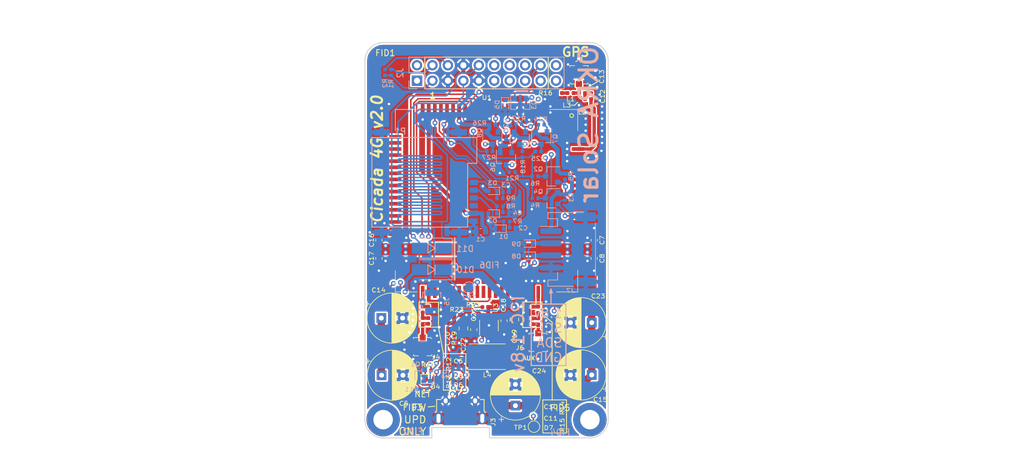
<source format=kicad_pcb>
(kicad_pcb (version 20240108) (generator "pcbnew") (generator_version "8.0")
  (title_block (title "Cicada 4G") (date "2019-04-02") (rev "0.1") (company "Alexey Zaytsev / Okra Solar"))
  (layers (0 "F.Cu" signal) (1 "In1.Cu" power) (2 "In2.Cu" power) (31 "B.Cu" signal) (34 "B.Paste" user) (35 "F.Paste" user) (36 "B.SilkS" user "B.Silkscreen") (37 "F.SilkS" user "F.Silkscreen") (38 "B.Mask" user) (39 "F.Mask" user) (44 "Edge.Cuts" user))
  (net 0 "")
  (net 1 "GND")
  (net 2 "/SIM_VCC")
  (net 3 "/SIM_RST")
  (net 4 "/SIM_CLK")
  (net 5 "/SIM_IO")
  (net 6 "/V_BATT")
  (net 7 "/MAIN_ANT")
  (net 8 "Net-(C9-Pad1)")
  (net 9 "/AUX_ANT")
  (net 10 "Net-(C11-Pad1)")
  (net 11 "Net-(C12-Pad2)")
  (net 12 "Net-(C13-Pad1)")
  (net 13 "/5v")
  (net 14 "/FB")
  (net 15 "Net-(D1-Pad1)")
  (net 16 "Net-(D2-Pad1)")
  (net 17 "Net-(D3-Pad1)")
  (net 18 "Net-(D4-Pad1)")
  (net 19 "/nRST")
  (net 20 "Net-(D6-Pad1)")
  (net 21 "Net-(D7-Pad1)")
  (net 22 "Net-(D8-Pad1)")
  (net 23 "Net-(D9-Pad1)")
  (net 24 "/VBUS")
  (net 25 "/1v8")
  (net 26 "Net-(L1-Pad1)")
  (net 27 "Net-(L4-Pad1)")
  (net 28 "Net-(Q1-Pad3)")
  (net 29 "Net-(Q1-Pad1)")
  (net 30 "/UART_RX_3v3")
  (net 31 "/UART_TX_1v8")
  (net 32 "Net-(Q3-Pad2)")
  (net 33 "/UART_TX_3v3")
  (net 34 "/UART_RX_1v8")
  (net 35 "/SPI_MISO_3v3")
  (net 36 "/SPI_MISO_1v8")
  (net 37 "/SPI_MOSI_3v3")
  (net 38 "/SPI_MOSI_1v8")
  (net 39 "/SPI_CLK_3v3")
  (net 40 "/SPI_CLK_1v8")
  (net 41 "/nCS_3G_3v3")
  (net 42 "/SPI_CS_1v8")
  (net 43 "/VER_1")
  (net 44 "/3v3")
  (net 45 "/VER_2")
  (net 46 "/POWER")
  (net 47 "Net-(TP1-Pad1)")
  (net 48 "Net-(TP2-Pad1)")
  (net 49 "/GNSS_ANT")
  (net 50 "/D_P")
  (net 51 "/D_N")
  (net 52 "Net-(H1-Pad1)")
  (net 53 "Net-(H2-Pad1)")
  (net 54 "/nCS_WIFI")
  (net 55 "Net-(J3-Pad4)")
  (net 56 "Net-(P1-Pad6)")
  (net 57 "Net-(U1-Pad42)")
  (net 58 "Net-(U1-Pad83)")
  (net 59 "Net-(U1-Pad86)")
  (net 60 "Net-(U1-Pad76)")
  (net 61 "Net-(U1-Pad75)")
  (net 62 "Net-(U1-Pad74)")
  (net 63 "Net-(U1-Pad73)")
  (net 64 "Net-(U1-Pad72)")
  (net 65 "Net-(U1-Pad70)")
  (net 66 "Net-(U1-Pad69)")
  (net 67 "Net-(U1-Pad67)")
  (net 68 "Net-(U1-Pad66)")
  (net 69 "Net-(U1-Pad87)")
  (net 70 "Net-(U1-Pad54)")
  (net 71 "Net-(U1-Pad53)")
  (net 72 "Net-(U1-Pad52)")
  (net 73 "Net-(U1-Pad50)")
  (net 74 "Net-(U1-Pad48)")
  (net 75 "Net-(U1-Pad47)")
  (net 76 "Net-(U1-Pad46)")
  (net 77 "Net-(U1-Pad45)")
  (net 78 "Net-(U1-Pad44)")
  (net 79 "Net-(U1-Pad84)")
  (net 80 "Net-(U1-Pad21)")
  (net 81 "Net-(U1-Pad36)")
  (net 82 "Net-(U1-Pad35)")
  (net 83 "Net-(U1-Pad34)")
  (net 84 "Net-(U1-Pad33)")
  (net 85 "Net-(U1-Pad32)")
  (net 86 "Net-(U1-Pad31)")
  (net 87 "Net-(U1-Pad30)")
  (net 88 "Net-(U1-Pad29)")
  (net 89 "Net-(U1-Pad28)")
  (net 90 "Net-(U1-Pad27)")
  (net 91 "Net-(U1-Pad26)")
  (net 92 "Net-(U1-Pad25)")
  (net 93 "Net-(U1-Pad24)")
  (net 94 "Net-(U1-Pad23)")
  (net 95 "Net-(U1-Pad22)")
  (net 96 "Net-(U1-Pad16)")
  (footprint "Capacitor_THT:CP_Radial_D8.0mm_P3.50mm" (layer "F.Cu") (at 133.75 119.7)
    (property "Reference" "C5")
    (property "Value" "1000uF 10v")
  )
  (footprint "Capacitor_SMD:C_0402_1005Metric" (layer "F.Cu") (at 141.9 108.4)
    (property "Reference" "C6")
    (property "Value" "DNP")
  )
  (footprint "Capacitor_SMD:C_0603_1608Metric" (layer "F.Cu") (at 168.7 97.5 90)
    (property "Reference" "C7")
    (property "Value" "1uF 16v X5R")
  )
  (footprint "Capacitor_SMD:C_0603_1608Metric" (layer "F.Cu") (at 168.7 100.5 -90)
    (property "Reference" "C8")
    (property "Value" "0.1uF 50v X5R")
  )
  (footprint "Capacitor_SMD:C_0402_1005Metric" (layer "F.Cu") (at 141.95 110.3)
    (property "Reference" "C9")
    (property "Value" "DNP")
  )
  (footprint "Capacitor_SMD:C_0402_1005Metric" (layer "F.Cu") (at 158.1 108.45 180)
    (property "Reference" "C10")
    (property "Value" "DNP")
  )
  (footprint "Capacitor_SMD:C_0402_1005Metric" (layer "F.Cu") (at 158.065 110.35 180)
    (property "Reference" "C11")
    (property "Value" "DNP")
  )
  (footprint "Capacitor_SMD:C_0402_1005Metric" (layer "F.Cu") (at 168.2 73.8 90)
    (property "Reference" "C12")
    (property "Value" "DNP")
  )
  (footprint "Capacitor_THT:CP_Radial_D8.0mm_P3.50mm" (layer "F.Cu") (at 133.7 110.3)
    (property "Reference" "C14")
    (property "Value" "1000uF 10v")
  )
  (footprint "Capacitor_SMD:C_0603_1608Metric" (layer "F.Cu") (at 153.875736 110.739706 -90)
    (property "Reference" "C18")
    (property "Value" "0.1uF 50v X5R")
  )
  (footprint "Capacitor_SMD:C_0805_2012Metric" (layer "F.Cu") (at 155.575735 110.527208 90)
    (property "Reference" "C19")
    (property "Value" "22uF 16v X5R")
  )
  (footprint "Capacitor_SMD:C_0402_1005Metric" (layer "F.Cu") (at 144.675737 111.627209 90)
    (property "Reference" "C20")
    (property "Value" "100pF C0G")
  )
  (footprint "Capacitor_THT:CP_Radial_D8.0mm_P3.50mm" (layer "F.Cu") (at 168.3 111.05 180)
    (property "Reference" "C23")
    (property "Value" "1000uF 10v")
  )
  (footprint "Diode_SMD:D_0603_1608Metric" (layer "F.Cu") (at 141.7 120.3)
    (property "Reference" "D4")
    (property "Value" "LED_B")
  )
  (footprint "Diode_SMD:D_0402_1005Metric" (layer "F.Cu") (at 141.935 111.25)
    (property "Reference" "D6")
    (property "Value" "TVS")
  )
  (footprint "Diode_SMD:D_0402_1005Metric" (layer "F.Cu") (at 158.065 111.3 180)
    (property "Reference" "D7")
    (property "Value" "TVS")
  )
  (footprint "cicada-footprints:ZX62D-B-5PA8" (layer "F.Cu") (at 146.7 126.8)
    (property "Reference" "J3")
    (property "Value" "USB_OTG" (hide yes))
  )
  (footprint "cicada-footprints:U.FL_Molex_MCRF_73412-0110_Vertical" (layer "F.Cu") (at 140.5 115 180)
    (property "Reference" "J4")
    (property "Value" "IPX")
  )
  (footprint "cicada-footprints:U.FL_Molex_MCRF_73412-0110_Vertical" (layer "F.Cu") (at 159.5 114.3 180)
    (property "Reference" "J6")
    (property "Value" "IPX")
  )
  (footprint "cicada-footprints:U.FL_Molex_MCRF_73412-0110_Vertical" (layer "F.Cu") (at 166.2 70.3)
    (property "Reference" "J8")
    (property "Value" "IPX")
  )
  (footprint "Inductor_SMD:L_0402_1005Metric" (layer "F.Cu") (at 164.815 73.3)
    (property "Reference" "L1")
    (property "Value" "47nH")
  )
  (footprint "Inductor_SMD:L_0402_1005Metric" (layer "F.Cu") (at 167.7 75.3 180)
    (property "Reference" "L2")
    (property "Value" "DNP")
  )
  (footprint "Inductor_SMD:L_0402_1005Metric" (layer "F.Cu") (at 166.7 74.3 180)
    (property "Reference" "L3")
    (property "Value" "DNP")
  )
  (footprint "cicada-footprints:L_4030_Handsoldering" (layer "F.Cu") (at 151.1 116.65 180)
    (property "Reference" "L4")
    (property "Value" "3.3uH 2A")
  )
  (footprint "Resistor_SMD:R_0402_1005Metric" (layer "F.Cu") (at 141.4 118.9)
    (property "Reference" "R10")
    (property "Value" "470R")
  )
  (footprint "Resistor_SMD:R_0402_1005Metric" (layer "F.Cu") (at 140.5 108.9 90)
    (property "Reference" "R12")
    (property "Value" "0R")
  )
  (footprint "Resistor_SMD:R_0402_1005Metric" (layer "F.Cu") (at 140.5 110.785 90)
    (property "Reference" "R13")
    (property "Value" "0R")
  )
  (footprint "Resistor_SMD:R_0402_1005Metric" (layer "F.Cu") (at 159.5 108.935 90)
    (property "Reference" "R14")
    (property "Value" "0R")
  )
  (footprint "Resistor_SMD:R_0402_1005Metric" (layer "F.Cu") (at 159.5 110.835 90)
    (property "Reference" "R15")
    (property "Value" "0R")
  )
  (footprint "Resistor_SMD:R_0402_1005Metric" (layer "F.Cu") (at 162.9 73.3 180)
    (property "Reference" "R16")
    (property "Value" "10R")
  )
  (footprint "Resistor_SMD:R_0402_1005Metric" (layer "F.Cu") (at 145.675736 111.627209 -90)
    (property "Reference" "R19")
    (property "Value" "40.2k")
  )
  (footprint "Resistor_SMD:R_0402_1005Metric" (layer "F.Cu") (at 150.815 108.5)
    (property "Reference" "R22")
    (property "Value" "40.2k")
  )
  (footprint "Resistor_SMD:R_0402_1005Metric" (layer "F.Cu") (at 146.175736 109.8 180)
    (property "Reference" "R23")
    (property "Value" "6.98k")
  )
  (footprint "TestPoint:TestPoint_Pad_D1.5mm" (layer "F.Cu") (at 158.8 128.15)
    (property "Reference" "TP1")
    (property "Value" "TestPoint")
  )
  (footprint "Package_TO_SOT_SMD:TSOT-23-5" (layer "F.Cu") (at 151.375735 111.527209 90)
    (property "Reference" "U3")
    (property "Value" "M3406-ADJ")
  )
  (footprint "Capacitor_THT:CP_Radial_D8.0mm_P3.50mm" (layer "F.Cu") (at 168.3 119.65 180)
    (property "Reference" "C15")
    (property "Value" "1000uF 10v")
  )
  (footprint "Capacitor_SMD:C_0805_2012Metric" (layer "F.Cu") (at 147.2 112 -90)
    (property "Reference" "C22")
    (property "Value" "22uF 16v X5R")
  )
  (footprint "Capacitor_SMD:C_0603_1608Metric" (layer "F.Cu") (at 148.9 112.2125 90)
    (property "Reference" "C21")
    (property "Value" "0.1uF 50v X5R")
  )
  (footprint "Capacitor_SMD:C_0603_1608Metric" (layer "F.Cu") (at 133.3 100.5 -90)
    (property "Reference" "C17")
    (property "Value" "0.1uF 50v X5R")
  )
  (footprint "Capacitor_SMD:C_0603_1608Metric" (layer "F.Cu") (at 133.3 97.5 90)
    (property "Reference" "C16")
    (property "Value" "1uF 16v X5R")
  )
  (footprint "cicada-footprints:sim7600" (layer "F.Cu") (at 151 91 180)
    (property "Reference" "U1")
    (property "Value" "sim7600" (hide yes))
  )
  (footprint "Capacitor_SMD:C_0402_1005Metric" (layer "F.Cu") (at 166.7 73.3)
    (property "Reference" "C13")
    (property "Value" "33pF C0G")
  )
  (footprint "Capacitor_THT:CP_Radial_D8.0mm_P3.50mm" (layer "F.Cu") (at 155.75 124.7 90)
    (property "Reference" "C24")
    (property "Value" "1000uF 10v")
  )
  (footprint "MountingHole:MountingHole_3.2mm_M3_ISO14580_Pad" (layer "F.Cu") (at 134 127)
    (property "Reference" "H1" (hide yes))
    (property "Value" "MountingHole_Pad")
  )
  (footprint "MountingHole:MountingHole_3.2mm_M3_ISO14580_Pad" (layer "F.Cu") (at 168 127)
    (property "Reference" "H2" (hide yes))
    (property "Value" "MountingHole_Pad")
  )
  (footprint "Fiducial:Fiducial_1mm_Mask2mm" (layer "F.Cu") (at 134.3528 68.7084)
    (property "Reference" "FID1")
    (property "Value" "Fiducial")
  )
  (footprint "Fiducial:Fiducial_1mm_Mask2mm" (layer "F.Cu") (at 138.874 126.976)
    (property "Reference" "FID3")
    (property "Value" "Fiducial")
  )
  (footprint "Fiducial:Fiducial_1mm_Mask2mm" (layer "F.Cu") (at 163.1056 127.0776)
    (property "Reference" "FID5")
    (property "Value" "Fiducial")
  )
  (footprint "Capacitor_SMD:C_0603_1608Metric" (layer "B.Cu") (at 150.05 96.1 180)
    (property "Reference" "C1")
    (property "Value" "0.1uF 50v X5R")
  )
  (footprint "Capacitor_SMD:C_0402_1005Metric" (layer "B.Cu") (at 155.285 95.4 180)
    (property "Reference" "C2")
    (property "Value" "33pF C0G")
  )
  (footprint "Capacitor_SMD:C_0402_1005Metric" (layer "B.Cu") (at 154.185 89.6 180)
    (property "Reference" "C3")
    (property "Value" "33pF C0G")
  )
  (footprint "Capacitor_SMD:C_0402_1005Metric" (layer "B.Cu") (at 154.2 92.9 180)
    (property "Reference" "C4")
    (property "Value" "33pF C0G")
  )
  (footprint "Diode_SMD:D_SOD-523" (layer "B.Cu") (at 153.1 95.6 180)
    (property "Reference" "D1")
    (property "Value" "TVS")
  )
  (footprint "Diode_SMD:D_SOD-523" (layer "B.Cu") (at 152 93.1 180)
    (property "Reference" "D2")
    (property "Value" "TVS")
  )
  (footprint "Diode_SMD:D_SOD-523" (layer "B.Cu") (at 152 89.4 180)
    (property "Reference" "D3")
    (property "Value" "TVS")
  )
  (footprint "Diode_SMD:D_SOD-523" (layer "B.Cu") (at 154.058579 75.2 -90)
    (property "Reference" "D5")
    (property "Value" "TVS")
  )
  (footprint "Diode_SMD:D_SOD-523" (layer "B.Cu") (at 157.9 100.05 180)
    (property "Reference" "D8")
    (property "Value" "TVS")
  )
  (footprint "Diode_SMD:D_SOD-523" (layer "B.Cu") (at 157.9 98.05 180)
    (property "Reference" "D9")
    (property "Value" "TVS")
  )
  (footprint "cicada-footprints:U.FL_Molex_MCRF_73412-0110_Vertical" (layer "B.Cu") (at 142 107.6 90)
    (property "Reference" "J5")
    (property "Value" "IPX")
  )
  (footprint "Connector_JST:JST_PH_S4B-PH-SM4-TB_1x04-1MP_P2.00mm_Horizontal" (layer "B.Cu") (at 164.4 99 -90)
    (property "Reference" "J7")
    (property "Value" "Conn_01x04")
  )
  (footprint "cicada-footprints:SK-C793" (layer "B.Cu") (at 140.4 88.1 90)
    (property "Reference" "P1")
    (property "Value" "SK-C793")
  )
  (footprint "Package_TO_SOT_SMD:SOT-23" (layer "B.Cu") (at 161.7 87 180)
    (property "Reference" "Q2")
    (property "Value" "NMOS")
  )
  (footprint "Package_TO_SOT_SMD:SOT-23" (layer "B.Cu") (at 156.568579 75.22 -90)
    (property "Reference" "Q3")
    (property "Value" "PMOS")
  )
  (footprint "Package_TO_SOT_SMD:SOT-23" (layer "B.Cu") (at 161.7 90.6 180)
    (property "Reference" "Q4")
    (property "Value" "NMOS")
  )
  (footprint "Package_TO_SOT_SMD:SOT-23" (layer "B.Cu") (at 156.45 80.7 -90)
    (property "Reference" "Q5")
    (property "Value" "NMOS")
  )
  (footprint "Package_TO_SOT_SMD:SOT-23" (layer "B.Cu") (at 154.2 84.1 -90)
    (property "Reference" "Q6")
    (property "Value" "NMOS")
  )
  (footprint "Package_TO_SOT_SMD:SOT-23" (layer "B.Cu") (at 160 80.7 -90)
    (property "Reference" "Q7")
    (property "Value" "NMOS")
  )
  (footprint "Package_TO_SOT_SMD:SOT-23" (layer "B.Cu") (at 151.96066 80.694974 -90)
    (property "Reference" "Q8")
    (property "Value" "NMOS")
  )
  (footprint "Resistor_SMD:R_0402_1005Metric" (layer "B.Cu") (at 135.3 69.9 90)
    (property "Reference" "R1")
    (property "Value" "54.9k")
  )
  (footprint "Resistor_SMD:R_0402_1005Metric" (layer "B.Cu") (at 134.3 69.9 90)
    (property "Reference" "R2")
    (property "Value" "340k")
  )
  (footprint "Resistor_SMD:R_0402_1005Metric" (layer "B.Cu") (at 163.9 90.443503 -90)
    (property "Reference" "R3")
    (property "Value" "4.7k")
  )
  (footprint "Resistor_SMD:R_0402_1005Metric" (layer "B.Cu") (at 159 90.6)
    (property "Reference" "R4")
    (property "Value" "4.7k")
  )
  (footprint "Resistor_SMD:R_0402_1005Metric" (layer "B.Cu") (at 163.9 87 -90)
    (property "Reference" "R5")
    (property "Value" "4.7k")
  )
  (footprint "Resistor_SMD:R_0402_1005Metric" (layer "B.Cu") (at 159 87)
    (property "Reference" "R6")
    (property "Value" "4.7k")
  )
  (footprint "Resistor_SMD:R_0402_1005Metric" (layer "B.Cu") (at 153.2 91.9 180)
    (property "Reference" "R8")
    (property "Value" "22R")
  )
  (footprint "Resistor_SMD:R_0402_1005Metric" (layer "B.Cu") (at 140.7 122 180)
    (property "Reference" "R11")
    (property "Value" "40.2k")
  )
  (footprint "Resistor_SMD:R_0402_1005Metric" (layer "B.Cu") (at 156.3 78.4)
    (property "Reference" "R17")
    (property "Value" "4.7k")
  )
  (footprint "Resistor_SMD:R_0402_1005Metric" (layer "B.Cu") (at 156.9 83.385 90)
    (property "Reference" "R18")
    (property "Value" "4.7k")
  )
  (footprint "Resistor_SMD:R_0402_1005Metric" (layer "B.Cu") (at 154.2 81.45 90)
    (property "Reference" "R20")
    (property "Value" "4.7k")
  )
  (footprint "Resistor_SMD:R_0402_1005Metric" (layer "B.Cu") (at 155.2 86.3 180)
    (property "Reference" "R21")
    (property "Value" "4.7k")
  )
  (footprint "Resistor_SMD:R_0402_1005Metric" (layer "B.Cu") (at 160 78.5)
    (property "Reference" "R24")
    (property "Value" "4.7k")
  )
  (footprint "Resistor_SMD:R_0402_1005Metric" (layer "B.Cu") (at 159.5 82.9)
    (property "Reference" "R25")
    (property "Value" "4.7k")
  )
  (footprint "Resistor_SMD:R_0402_1005Metric" (layer "B.Cu") (at 151.960661 78.5)
    (property "Reference" "R26")
    (property "Value" "4.7k")
  )
  (footprint "Resistor_SMD:R_0402_1005Metric" (layer "B.Cu") (at 151.515 82.9)
    (property "Reference" "R27")
    (property "Value" "4.7k")
  )
  (footprint "Package_TO_SOT_SMD:SOT-23-6" (layer "B.Cu") (at 146.4 119.6 -90)
    (property "Reference" "U2")
    (property "Value" "USBLC6-2SC6")
  )
  (footprint "cicada-footprints:PinSocket_2x08_P2.54mm_Vertical_padded" (layer "B.Cu") (at 139.57 71.27 -90)
    (property "Reference" "J2")
    (property "Value" "Host")
  )
  (footprint "Resistor_SMD:R_0402_1005Metric" (layer "B.Cu") (at 154.3 94.4 180)
    (property "Reference" "R7")
    (property "Value" "22R")
  )
  (footprint "Diode_SMD:D_SMA" (layer "B.Cu") (at 141.95 102.35 180)
    (property "Reference" "D10")
    (property "Value" "SS14")
  )
  (footprint "Resistor_SMD:R_0402_1005Metric" (layer "B.Cu") (at 153.2 90.6 180)
    (property "Reference" "R9")
    (property "Value" "22R")
  )
  (footprint "TestPoint:TestPoint_Pad_D1.5mm" (layer "B.Cu") (at 148.1 105.3)
    (property "Reference" "TP2")
    (property "Value" "TestPoint")
  )
  (footprint "Diode_SMD:D_SMA" (layer "B.Cu") (at 141.95 98.8 180)
    (property "Reference" "D11")
    (property "Value" "SS14")
  )
  (footprint "Package_TO_SOT_SMD:SOT-23" (layer "B.Cu") (at 140.8 119.75 90)
    (property "Reference" "Q1")
    (property "Value" "NMOS")
  )
  (footprint "Fiducial:Fiducial_1mm_Mask2mm" (layer "B.Cu") (at 138.874 126.976)
    (property "Reference" "FID2")
    (property "Value" "Fiducial")
  )
  (footprint "Fiducial:Fiducial_1mm_Mask2mm" (layer "B.Cu") (at 163.1056 127.0776)
    (property "Reference" "FID4")
    (property "Value" "Fiducial")
  )
  (footprint "Fiducial:Fiducial_1mm_Mask2mm" (layer "B.Cu") (at 151.4724 99.5948)
    (property "Reference" "FID6")
    (property "Value" "Fiducial")
  )
  (gr_line (start 164.05 118.1) (end 164.05 108) (stroke (width 0.2)) (layer "B.SilkS"))
  (gr_line (start 161.4 106.15) (end 161.6 105.55) (stroke (width 0.2)) (layer "B.SilkS"))
  (gr_line (start 164.05 108) (end 158.35 108) (stroke (width 0.2)) (layer "B.SilkS"))
  (gr_line (start 158.35 118.1) (end 164.05 118.1) (stroke (width 0.2)) (layer "B.SilkS"))
  (gr_line (start 158.35 108) (end 158.35 118.1) (stroke (width 0.2)) (layer "B.SilkS"))
  (gr_line (start 161.8 106.15) (end 161.4 106.15) (stroke (width 0.2)) (layer "B.SilkS"))
  (gr_line (start 161.6 105.55) (end 161.8 106.15) (stroke (width 0.2)) (layer "B.SilkS"))
  (gr_line (start 161.6 108) (end 161.6 105.55) (stroke (width 0.2)) (layer "B.SilkS"))
  (gr_line (start 147.6 122.15) (end 143.9 122.15) (stroke (width 0.15)) (layer "F.SilkS"))
  (gr_line (start 147.6 116.15) (end 147.6 122.15) (stroke (width 0.15)) (layer "F.SilkS"))
  (gr_line (start 143.9 116.15) (end 147.6 116.15) (stroke (width 0.15)) (layer "F.SilkS"))
  (gr_line (start 143.9 122.15) (end 143.9 116.15) (stroke (width 0.15)) (layer "F.SilkS"))
  (gr_line (start 139.9 111.8) (end 139.9 107.7) (stroke (width 0.15)) (layer "F.SilkS"))
  (gr_line (start 143.9 116.15) (end 143.1 111.8) (stroke (width 0.15)) (layer "F.SilkS"))
  (gr_line (start 160.25 129.15) (end 160.25 123.75) (stroke (width 0.15)) (layer "F.SilkS"))
  (gr_line (start 161.15 72.6) (end 140.85 72.6) (stroke (width 0.15)) (layer "F.SilkS"))
  (gr_line (start 140.85 72.6) (end 140.85 67.4) (stroke (width 0.15)) (layer "F.SilkS"))
  (gr_line (start 160.25 123.75) (end 164.15 123.75) (stroke (width 0.15)) (layer "F.SilkS"))
  (gr_line (start 143.1 111.8) (end 139.9 111.8) (stroke (width 0.15)) (layer "F.SilkS"))
  (gr_line (start 160.1 107.65) (end 160.1 111.85) (stroke (width 0.15)) (layer "F.SilkS"))
  (gr_line (start 140.85 67.4) (end 161.15 67.4) (stroke (width 0.15)) (layer "F.SilkS"))
  (gr_line (start 143.1 107.7) (end 143.1 111.8) (stroke (width 0.15)) (layer "F.SilkS"))
  (gr_line (start 161.15 67.4) (end 161.15 72.6) (stroke (width 0.15)) (layer "F.SilkS"))
  (gr_line (start 156.95 111.85) (end 156.95 107.65) (stroke (width 0.15)) (layer "F.SilkS"))
  (gr_line (start 141.4 124.9) (end 142.5 124.8) (stroke (width 0.15)) (layer "F.SilkS"))
  (gr_line (start 169.4 71.35) (end 166.9 72.8) (stroke (width 0.15)) (layer "F.SilkS"))
  (gr_line (start 160.4 109.85) (end 161.8 111) (stroke (width 0.15)) (layer "F.SilkS"))
  (gr_line (start 139.9 107.7) (end 143.1 107.7) (stroke (width 0.15)) (layer "F.SilkS"))
  (gr_line (start 156.95 107.65) (end 160.1 107.65) (stroke (width 0.15)) (layer "F.SilkS"))
  (gr_line (start 161.8 111) (end 161.8 123.75) (stroke (width 0.15)) (layer "F.SilkS"))
  (gr_line (start 160.1 109.85) (end 160.35 109.85) (stroke (width 0.15)) (layer "F.SilkS"))
  (gr_line (start 165.5 75.3) (end 166 74.8) (stroke (width 0.15)) (layer "F.SilkS"))
  (gr_line (start 164.15 129.2) (end 160.25 129.2) (stroke (width 0.15)) (layer "F.SilkS"))
  (gr_line (start 164.15 123.75) (end 164.15 129.2) (stroke (width 0.15)) (layer "F.SilkS"))
  (gr_line (start 160.1 111.85) (end 156.95 111.85) (stroke (width 0.15)) (layer "F.SilkS"))
  (gr_line (start 164.9 75.3) (end 165.5 75.3) (stroke (width 0.15)) (layer "F.SilkS"))
  (gr_arc (start 168 65) (mid 170.12132 65.87868) (end 171 68) (stroke (width 0.15)) (layer "Edge.Cuts"))
  (gr_arc (start 171 127) (mid 170.12132 129.12132) (end 168 130) (stroke (width 0.15)) (layer "Edge.Cuts"))
  (gr_arc (start 134 130) (mid 131.87868 129.12132) (end 131 127) (stroke (width 0.15)) (layer "Edge.Cuts"))
  (gr_line (start 151.5 130) (end 168 130) (stroke (width 0.15)) (layer "Edge.Cuts"))
  (gr_line (start 171 68) (end 171 127) (stroke (width 0.15)) (layer "Edge.Cuts"))
  (gr_arc (start 131 68) (mid 131.87868 65.87868) (end 134 65) (stroke (width 0.15)) (layer "Edge.Cuts"))
  (gr_line (start 142 130) (end 142 128.3) (stroke (width 0.15)) (layer "Edge.Cuts"))
  (gr_line (start 134 65) (end 168 65) (stroke (width 0.15)) (layer "Edge.Cuts"))
  (gr_line (start 142 130) (end 134 130) (stroke (width 0.15)) (layer "Edge.Cuts"))
  (gr_line (start 142 128.3) (end 151.5 128.3) (stroke (width 0.15)) (layer "Edge.Cuts"))
  (gr_line (start 151.5 128.3) (end 151.5 130) (stroke (width 0.15)) (layer "Edge.Cuts"))
  (gr_line (start 131 127) (end 131 68) (stroke (width 0.15)) (layer "Edge.Cuts"))
  (gr_text "I2C 1.8v" (at 156.2 112.9 90) (layer "B.SilkS") (effects (font (size 2 2) (thickness 0.3)) (justify mirror)))
  (gr_text "1.8v\nSCL\nSDA\nGND" (at 163.6 113.15 0) (layer "B.SilkS") (effects (font (size 1.5 1.5) (thickness 0.2)) (justify left mirror)))
  (gr_text "OKRA Solar" (at 167.8 78.5 90) (layer "B.SilkS") (effects (font (size 3 3) (thickness 0.5)) (justify mirror)))
  (gr_text "AUX" (at 157.95 116.9 0) (layer "F.SilkS") (effects (font (size 0.7 0.7))))
  (gr_text "GPS" (at 165.65 66.55 0) (layer "F.SilkS") (effects (font (size 1.5 1.5) (thickness 0.3))))
  (gr_text "NET" (at 140.5 122.8 0) (layer "F.SilkS") (effects (font (size 1 1))))
  (gr_text "1" (at 142.15 73.75 0) (layer "F.SilkS") (effects (font (size 1 1) (thickness 0.2))))
  (gr_text "FW\nUPD\nONLY" (at 141.2 127 0) (layer "F.SilkS") (effects (font (size 1.2 1.2) (thickness 0.17)) (justify right)))
  (gr_text "Cicada 4G v2.0" (at 133 84.15 90) (layer "F.SilkS") (effects (font (size 1.8 1.8) (thickness 0.35) (italic yes))))
  (via (at 159.5 74.3) (size 0.8) (drill 0.4) (layers "F.Cu" "B.Cu") (net 0))
  (segment (start 147.2 110.3) (end 147.7 109.8) (width 0.65) (layer "F.Cu") (net 1))
  (segment (start 147.2 111.0625) (end 147.2 110.3) (width 0.65) (layer "F.Cu") (net 1))
  (via (at 138.9 107.6) (size 0.8) (drill 0.4) (layers "F.Cu" "B.Cu") (net 1))
  (via (at 160.8 108.7) (size 0.8) (drill 0.4) (layers "F.Cu" "B.Cu") (net 1))
  (via (at 134.4 100.9) (size 0.8) (drill 0.4) (layers "F.Cu" "B.Cu") (net 1))
  (via (at 169.6 74.5) (size 0.8) (drill 0.4) (layers "F.Cu" "B.Cu") (net 1))
  (via (at 158 77.7) (size 0.8) (drill 0.4) (layers "F.Cu" "B.Cu") (net 1))
  (via (at 161.5 75.5) (size 0.8) (drill 0.4) (layers "F.Cu" "B.Cu") (net 1))
  (via (at 164.3 97.1) (size 0.8) (drill 0.4) (layers "F.Cu" "B.Cu") (net 1))
  (via (at 148.9 110.2) (size 0.8) (drill 0.4) (layers "F.Cu" "B.Cu") (net 1))
  (via (at 156.7 114.2) (size 0.8) (drill 0.4) (layers "F.Cu" "B.Cu") (net 1))
  (via (at 137.5 114.3) (size 0.8) (drill 0.4) (layers "F.Cu" "B.Cu") (net 1))
  (via (at 153.9 113) (size 0.8) (drill 0.4) (layers "F.Cu" "B.Cu") (net 1))
  (via (at 143.5 108.9) (size 0.8) (drill 0.4) (layers "F.Cu" "B.Cu") (net 1))
  (via (at 170 76.5) (size 0.8) (drill 0.4) (layers "F.Cu" "B.Cu") (net 1))
  (via (at 167.6 97.1) (size 0.8) (drill 0.4) (layers "F.Cu" "B.Cu") (net 1))
  (via (at 138.3 112.65) (size 0.8) (drill 0.4) (layers "F.Cu" "B.Cu") (net 1))
  (via (at 161.5 76.5) (size 0.8) (drill 0.4) (layers "F.Cu" "B.Cu") (net 1))
  (via (at 146.4 117.25) (size 0.8) (drill 0.4) (layers "F.Cu" "B.Cu") (net 1))
  (via (at 169.2 72.3) (size 0.8) (drill 0.4) (layers "F.Cu" "B.Cu") (net 1))
  (via (at 151.3 114.1) (size 0.8) (drill 0.4) (layers "F.Cu" "B.Cu") (net 1))
  (via (at 137.5 115.5) (size 0.8) (drill 0.4) (layers "F.Cu" "B.Cu") (net 1))
  (via (at 143.5 107.8) (size 0.8) (drill 0.4) (layers "F.Cu" "B.Cu") (net 1))
  (via (at 134.95 75.1) (size 0.8) (drill 0.4) (layers "F.Cu" "B.Cu") (net 1))
  (via (at 166.2 75.3) (size 0.8) (drill 0.4) (layers "F.Cu" "B.Cu") (net 1))
  (via (at 143.25 111.8) (size 0.8) (drill 0.4) (layers "F.Cu" "B.Cu") (net 1))
  (via (at 151.4 111.5) (size 0.8) (drill 0.4) (layers "F.Cu" "B.Cu") (net 1))
  (via (at 151.5 74.4) (size 0.8) (drill 0.4) (layers "F.Cu" "B.Cu") (net 1))
  (via (at 151.3 94.3) (size 0.8) (drill 0.4) (layers "F.Cu" "B.Cu") (net 1))
  (via (at 164.25 82.5) (size 0.8) (drill 0.4) (layers "F.Cu" "B.Cu") (net 1))
  (via (at 147.7 109.8) (size 0.8) (drill 0.4) (layers "F.Cu" "B.Cu") (net 1))
  (via (at 169 83.7) (size 0.8) (drill 0.4) (layers "F.Cu" "B.Cu") (net 1))
  (via (at 168.9 69.65) (size 0.8) (drill 0.4) (layers "F.Cu" "B.Cu") (net 1))
  (via (at 156.75 111.3) (size 0.8) (drill 0.4) (layers "F.Cu" "B.Cu") (net 1))
  (via (at 164.4 68.6) (size 0.8) (drill 0.4) (layers "F.Cu" "B.Cu") (net 1))
  (via (at 164.5 72) (size 0.8) (drill 0.4) (layers "F.Cu" "B.Cu") (net 1))
  (via (at 157.5 107.45) (size 0.8) (drill 0.4) (layers "F.Cu" "B.Cu") (net 1))
  (via (at 153.35 103.85) (size 0.8) (drill 0.4) (layers "F.Cu" "B.Cu") (net 1))
  (via (at 157.65 88.25) (size 0.8) (drill 0.4) (layers "F.Cu" "B.Cu") (net 1))
  (via (at 159.5 104.2) (size 0.8) (drill 0.4) (layers "F.Cu" "B.Cu") (net 1))
  (via (at 148.25 96.1) (size 0.8) (drill 0.4) (layers "F.Cu" "B.Cu") (net 1))
  (via (at 167.7 84) (size 0.8) (drill 0.4) (layers "F.Cu" "B.Cu") (net 1))
  (via (at 170 80.5) (size 0.8) (drill 0.4) (layers "F.Cu" "B.Cu") (net 1))
  (via (at 141.6 104.1) (size 0.8) (drill 0.4) (layers "F.Cu" "B.Cu") (net 1))
  (via (at 138.95 117.05) (size 0.8) (drill 0.4) (layers "F.Cu" "B.Cu") (net 1))
  (via (at 160.5 104.2) (size 0.8) (drill 0.4) (layers "F.Cu" "B.Cu") (net 1))
  (via (at 158.5 104.2) (size 0.8) (drill 0.4) (layers "F.Cu" "B.Cu") (net 1))
  (via (at 151.5 77.5) (size 0.8) (drill 0.4) (layers "F.Cu" "B.Cu") (net 1))
  (via (at 166.2 67.65) (size 0.8) (drill 0.4) (layers "F.Cu" "B.Cu") (net 1))
  (via (at 139 106.625) (size 0.8) (drill 0.4) (layers "F.Cu" "B.Cu") (net 1))
  (via (at 156.7 108.45) (size 0.8) (drill 0.4) (layers "F.Cu" "B.Cu") (net 1))
  (via (at 138.9 110.65) (size 0.8) (drill 0.4) (layers "F.Cu" "B.Cu") (net 1))
  (via (at 143.5 110) (size 0.8) (drill 0.4) (layers "F.Cu" "B.Cu") (net 1))
  (via (at 158.45 92.4) (size 0.8) (drill 0.4) (layers "F.Cu" "B.Cu") (net 1))
  (via (at 167.3 78.5) (size 0.8) (drill 0.4) (layers "F.Cu" "B.Cu") (net 1))
  (via (at 170 75.5) (size 0.8) (drill 0.4) (layers "F.Cu" "B.Cu") (net 1))
  (via (at 151.1 119.1) (size 0.8) (drill 0.4) (layers "F.Cu" "B.Cu") (net 1))
  (via (at 140.5 117.55) (size 0.8) (drill 0.4) (layers "F.Cu" "B.Cu") (net 1))
  (via (at 150.394135 88.605865) (size 0.8) (drill 0.4) (layers "F.Cu" "B.Cu") (net 1))
  (via (at 151.15 84.8) (size 0.8) (drill 0.4) (layers "F.Cu" "B.Cu") (net 1))
  (via (at 152.191086 96.42499) (size 0.8) (drill 0.4) (layers "F.Cu" "B.Cu") (net 1))
  (via (at 160.8 110.7) (size 0.8) (drill 0.4) (layers "F.Cu" "B.Cu") (net 1))
  (via (at 168 72) (size 0.8) (drill 0.4) (layers "F.Cu" "B.Cu") (net 1))
  (via (at 164.3 96) (size 0.8) (drill 0.4) (layers "F.Cu" "B.Cu") (net 1))
  (via (at 164.25 81.5) (size 0.8) (drill 0.4) (layers "F.Cu" "B.Cu") (net 1))
  (via (at 142.85 113.2) (size 0.8) (drill 0.4) (layers "F.Cu" "B.Cu") (net 1))
  (via (at 133.3 102.5) (size 0.8) (drill 0.4) (layers "F.Cu" "B.Cu") (net 1))
  (via (at 170 78.5) (size 0.8) (drill 0.4) (layers "F.Cu" "B.Cu") (net 1))
  (via (at 138.9 108.7) (size 0.8) (drill 0.4) (layers "F.Cu" "B.Cu") (net 1))
  (via (at 132.7 94.7) (size 0.8) (drill 0.4) (layers "F.Cu" "B.Cu") (net 1))
  (via (at 160.6 74.3) (size 0.8) (drill 0.4) (layers "F.Cu" "B.Cu") (net 1))
  (via (at 164.25 84.5) (size 0.8) (drill 0.4) (layers "F.Cu" "B.Cu") (net 1))
  (via (at 137.8 100.9) (size 0.8) (drill 0.4) (layers "F.Cu" "B.Cu") (net 1))
  (via (at 154.57499 88.7) (size 0.8) (drill 0.4) (layers "F.Cu" "B.Cu") (net 1))
  (via (at 143.376127 104.300011) (size 0.8) (drill 0.4) (layers "F.Cu" "B.Cu") (net 1))
  (via (at 155.6 113) (size 0.8) (drill 0.4) (layers "F.Cu" "B.Cu") (net 1))
  (via (at 167.3 76.5) (size 0.8) (drill 0.4) (layers "F.Cu" "B.Cu") (net 1))
  (via (at 168.7 102.5) (size 0.8) (drill 0.4) (layers "F.Cu" "B.Cu") (net 1))
  (via (at 164.3 100.9) (size 0.8) (drill 0.4) (layers "F.Cu" "B.Cu") (net 1))
  (via (at 137.8 97.1) (size 0.8) (drill 0.4) (layers "F.Cu" "B.Cu") (net 1))
  (via (at 134.2 94.7) (size 0.8) (drill 0.4) (layers "F.Cu" "B.Cu") (net 1))
  (via (at 170 77.5) (size 0.8) (drill 0.4) (layers "F.Cu" "B.Cu") (net 1))
  (via (at 170 79.5) (size 0.8) (drill 0.4) (layers "F.Cu" "B.Cu") (net 1))
  (via (at 156.42501 92.9) (size 0.8) (drill 0.4) (layers "F.Cu" "B.Cu") (net 1))
  (via (at 147.5 77.55) (size 0.8) (drill 0.4) (layers "F.Cu" "B.Cu") (net 1))
  (via (at 157.5 104.2) (size 0.8) (drill 0.4) (layers "F.Cu" "B.Cu") (net 1))
  (via (at 170 81.5) (size 0.8) (drill 0.4) (layers "F.Cu" "B.Cu") (net 1))
  (via (at 143.15 115.7) (size 0.8) (drill 0.4) (layers "F.Cu" "B.Cu") (net 1))
  (via (at 164.25 83.5) (size 0.8) (drill 0.4) (layers "F.Cu" "B.Cu") (net 1))
  (via (at 169.9 82.8) (size 0.8) (drill 0.4) (layers "F.Cu" "B.Cu") (net 1))
  (via (at 140.55 104.1) (size 0.8) (drill 0.4) (layers "F.Cu" "B.Cu") (net 1))
  (via (at 154.15 101.25) (size 0.8) (drill 0.4) (layers "F.Cu" "B.Cu") (net 1))
  (via (at 160.8 111.7) (size 0.8) (drill 0.4) (layers "F.Cu" "B.Cu") (net 1))
  (via (at 142.4 109.3) (size 0.8) (drill 0.4) (layers "F.Cu" "B.Cu") (net 1))
  (via (at 143.15 114.25) (size 0.8) (drill 0.4) (layers "F.Cu" "B.Cu") (net 1))
  (via (at 167.3 77.5) (size 0.8) (drill 0.4) (layers "F.Cu" "B.Cu") (net 1))
  (via (at 142.35 116.65) (size 0.8) (drill 0.4) (layers "F.Cu" "B.Cu") (net 1))
  (via (at 168.7 95.5) (size 0.8) (drill 0.4) (layers "F.Cu" "B.Cu") (net 1))
  (via (at 138.85 111.6) (size 0.8) (drill 0.4) (layers "F.Cu" "B.Cu") (net 1))
  (via (at 142.45 112.35) (size 0.8) (drill 0.4) (layers "F.Cu" "B.Cu") (net 1))
  (via (at 138.9 109.65) (size 0.8) (drill 0.4) (layers "F.Cu" "B.Cu") (net 1))
  (via (at 162.3 114.2) (size 0.8) (drill 0.4) (layers "F.Cu" "B.Cu") (net 1))
  (via (at 167.3 79.5) (size 0.8) (drill 0.4) (layers "F.Cu" "B.Cu") (net 1))
  (via (at 131.8 96.2) (size 0.8) (drill 0.4) (layers "F.Cu" "B.Cu") (net 1))
  (via (at 168.9 70.75) (size 0.8) (drill 0.4) (layers "F.Cu" "B.Cu") (net 1))
  (via (at 160.8 109.7) (size 0.8) (drill 0.4) (layers "F.Cu" "B.Cu") (net 1))
  (via (at 159.5 117) (size 0.8) (drill 0.4) (layers "F.Cu" "B.Cu") (net 1))
  (via (at 158.15 96.45) (size 0.8) (drill 0.4) (layers "F.Cu" "B.Cu") (net 1))
  (via (at 139 105.4) (size 0.8) (drill 0.4) (layers "F.Cu" "B.Cu") (net 1))
  (via (at 160.8 107.6) (size 0.8) (drill 0.4) (layers "F.Cu" "B.Cu") (net 1))
  (via (at 139.3 104.3) (size 0.8) (drill 0.4) (layers "F.Cu" "B.Cu") (net 1))
  (via (at 167.6 100.9) (size 0.8) (drill 0.4) (layers "F.Cu" "B.Cu") (net 1))
  (via (at 140.5 77.65) (size 0.8) (drill 0.4) (layers "F.Cu" "B.Cu") (net 1))
  (via (at 153.2 86.45) (size 0.8) (drill 0.4) (layers "F.Cu" "B.Cu") (net 1))
  (via (at 133.6 82.9) (size 0.8) (drill 0.4) (layers "F.Cu" "B.Cu") (net 1))
  (via (at 157.6 112.4) (size 0.8) (drill 0.4) (layers "F.Cu" "B.Cu") (net 1))
  (via (at 157.1 109.4) (size 0.8) (drill 0.4) (layers "F.Cu" "B.Cu") (net 1))
  (via (at 169.6 73.55) (size 0.8) (drill 0.4) (layers "F.Cu" "B.Cu") (net 1))
  (via (at 161.4 112.6) (size 0.8) (drill 0.4) (layers "F.Cu" "B.Cu") (net 1))
  (segment (start 151.3 89.35) (end 150.555865 88.605865) (width 0.25) (layer "B.Cu") (net 1))
  (segment (start 154.685 92.9) (end 156.42501 92.9) (width 0.25) (layer "B.Cu") (net 1))
  (segment (start 154.67 88.79501) (end 154.57499 88.7) (width 0.25) (layer "B.Cu") (net 1))
  (segment (start 152.4 95.6) (end 152.4 96.216076) (width 0.25) (layer "B.Cu") (net 1))
  (segment (start 151.3 89.4) (end 151.3 89.35) (width 0.25) (layer "B.Cu") (net 1))
  (segment (start 154.67 89.6) (end 154.67 88.79501) (width 0.25) (layer "B.Cu") (net 1))
  (segment (start 150.555865 88.605865) (end 150.394135 88.605865) (width 0.25) (layer "B.Cu") (net 1))
  (segment (start 152.4 96.216076) (end 152.191086 96.42499) (width 0.25) (layer "B.Cu") (net 1))
  (segment (start 146.475 79.75) (end 146.475 79.325) (width 0.65) (layer "B.Cu") (net 1))
  (segment (start 151.3 93.1) (end 151.3 94.3) (width 0.25) (layer "B.Cu") (net 1))
  (segment (start 146.475 79.325) (end 145.9 78.75) (width 0.65) (layer "B.Cu") (net 1))
  (segment (start 145.9 78.75) (end 145.4 78.75) (width 0.65) (layer "B.Cu") (net 1))
  (segment (start 141.50078 76.0013) (end 141.50078 86.90078) (width 0.65) (layer "F.Cu") (net 2))
  (segment (start 141.50078 86.90078) (end 147.250001 92.650001) (width 0.65) (layer "F.Cu") (net 2))
  (segment (start 147.250001 92.650001) (end 147.65 93.05) (width 0.65) (layer "F.Cu") (net 2))
  (via (at 147.65 93.05) (size 0.8) (drill 0.4) (layers "F.Cu" "B.Cu") (net 2))
  (segment (start 150.3 94.9875) (end 150.3 93.155) (width 0.65) (layer "B.Cu") (net 2))
  (segment (start 150.8375 95.525) (end 150.3 94.9875) (width 0.65) (layer "B.Cu") (net 2))
  (segment (start 150.8375 96.1) (end 150.8375 95.525) (width 0.65) (layer "B.Cu") (net 2))
  (segment (start 148.87 93.05) (end 148.215685 93.05) (width 0.65) (layer "B.Cu") (net 2))
  (segment (start 148.9 93.08) (end 148.87 93.05) (width 0.65) (layer "B.Cu") (net 2))
  (segment (start 148.215685 93.05) (end 147.65 93.05) (width 0.65) (layer "B.Cu") (net 2))
  (segment (start 150.225 93.08) (end 148.9 93.08) (width 0.65) (layer "B.Cu") (net 2))
  (segment (start 150.3 93.155) (end 150.225 93.08) (width 0.65) (layer "B.Cu") (net 2))
  (segment (start 143.5023 77.25079) (end 143.250011 77.503079) (width 0.25) (layer "F.Cu") (net 3))
  (segment (start 143.250011 77.503079) (end 143.250011 79.574997) (width 0.25) (layer "F.Cu") (net 3))
  (segment (start 143.250011 79.574997) (end 144.825011 81.149997) (width 0.25) (layer "F.Cu") (net 3))
  (segment (start 144.825011 81.149997) (end 145.22501 81.549996) (width 0.25) (layer "F.Cu") (net 3))
  (segment (start 143.5023 76.0013) (end 143.5023 77.25079) (width 0.25) (layer "F.Cu") (net 3))
  (via (at 145.22501 81.549996) (size 0.8) (drill 0.4) (layers "F.Cu" "B.Cu") (net 3))
  (segment (start 154.785 94.4) (end 155.998014 94.4) (width 0.25) (layer "B.Cu") (net 3))
  (segment (start 154.8 95.4) (end 154.8 94.415) (width 0.25) (layer "B.Cu") (net 3))
  (segment (start 145.790695 81.549996) (end 145.22501 81.549996) (width 0.25) (layer "B.Cu") (net 3))
  (segment (start 152.490651 87.374966) (end 146.665681 81.549996) (width 0.25) (layer "B.Cu") (net 3))
  (segment (start 155.274966 87.374966) (end 152.490651 87.374966) (width 0.25) (layer "B.Cu") (net 3))
  (segment (start 154.8 94.415) (end 154.785 94.4) (width 0.25) (layer "B.Cu") (net 3))
  (segment (start 157.150012 93.248002) (end 157.150012 89.250012) (width 0.25) (layer "B.Cu") (net 3))
  (segment (start 155.998014 94.4) (end 157.150012 93.248002) (width 0.25) (layer "B.Cu") (net 3))
  (segment (start 146.665681 81.549996) (end 145.790695 81.549996) (width 0.25) (layer "B.Cu") (net 3))
  (segment (start 157.150012 89.250012) (end 155.274966 87.374966) (width 0.25) (layer "B.Cu") (net 3))
  (segment (start 142.50154 78.17807) (end 142.52501 78.20154) (width 0.25) (layer "F.Cu") (net 4))
  (segment (start 142.50154 76.0013) (end 142.50154 78.17807) (width 0.25) (layer "F.Cu") (net 4))
  (via (at 142.52501 78.20154) (size 0.8) (drill 0.4) (layers "F.Cu" "B.Cu") (net 4))
  (segment (start 145.990609 84.100022) (end 142.52501 80.634423) (width 0.25) (layer "B.Cu") (net 4))
  (segment (start 152.794988 88.274988) (end 151.724987 88.274988) (width 0.25) (layer "B.Cu") (net 4))
  (segment (start 142.52501 78.767225) (end 142.52501 78.20154) (width 0.25) (layer "B.Cu") (net 4))
  (segment (start 153.7 89.6) (end 153.7 89.18) (width 0.25) (layer "B.Cu") (net 4))
  (segment (start 151.724987 88.274988) (end 147.550021 84.100022) (width 0.25) (layer "B.Cu") (net 4))
  (segment (start 153.7 89.18) (end 152.794988 88.274988) (width 0.25) (layer "B.Cu") (net 4))
  (segment (start 142.52501 80.634423) (end 142.52501 78.767225) (width 0.25) (layer "B.Cu") (net 4))
  (segment (start 153.7 89.6) (end 153.7 90.585) (width 0.25) (layer "B.Cu") (net 4))
  (segment (start 147.550021 84.100022) (end 145.990609 84.100022) (width 0.25) (layer "B.Cu") (net 4))
  (segment (start 144.37502 78.050001) (end 143.975021 78.45) (width 0.25) (layer "F.Cu") (net 5))
  (segment (start 144.50052 76.0013) (end 144.50052 77.924501) (width 0.25) (layer "F.Cu") (net 5))
  (segment (start 144.50052 77.924501) (end 144.37502 78.050001) (width 0.25) (layer "F.Cu") (net 5))
  (via (at 143.975021 78.45) (size 0.8) (drill 0.4) (layers "F.Cu" "B.Cu") (net 5))
  (segment (start 153.685 91.9) (end 153.685 92.87) (width 0.25) (layer "B.Cu") (net 5))
  (segment (start 154.888566 87.824977) (end 151.911387 87.824977) (width 0.25) (layer "B.Cu") (net 5))
  (segment (start 146.177009 83.650011) (end 143.975021 81.448023) (width 0.25) (layer "B.Cu") (net 5))
  (segment (start 153.685 92.87) (end 153.715 92.9) (width 0.25) (layer "B.Cu") (net 5))
  (segment (start 155.8 88.736411) (end 154.888566 87.824977) (width 0.25) (layer "B.Cu") (net 5))
  (segment (start 143.975021 81.448023) (end 143.975021 79.015685) (width 0.25) (layer "B.Cu") (net 5))
  (segment (start 153.685 91.9) (end 155.8 89.785) (width 0.25) (layer "B.Cu") (net 5))
  (segment (start 155.8 89.785) (end 155.8 88.736411) (width 0.25) (layer "B.Cu") (net 5))
  (segment (start 143.975021 79.015685) (end 143.975021 78.45) (width 0.25) (layer "B.Cu") (net 5))
  (segment (start 151.911387 87.824977) (end 147.736421 83.650011) (width 0.25) (layer "B.Cu") (net 5))
  (segment (start 147.736421 83.650011) (end 146.177009 83.650011) (width 0.25) (layer "B.Cu") (net 5))
  (segment (start 163.2 124.7) (end 168.25 119.65) (width 1.2) (layer "F.Cu") (net 6))
  (segment (start 149.2 120.4) (end 153.5 124.7) (width 1.2) (layer "F.Cu") (net 6))
  (segment (start 170 99.1) (end 169.8875 99.1) (width 1.2) (layer "F.Cu") (net 6))
  (segment (start 153.5 124.7) (end 155.75 124.7) (width 1.2) (layer "F.Cu") (net 6))
  (segment (start 170 107.35) (end 170 99.1) (width 1.2) (layer "F.Cu") (net 6))
  (segment (start 168.3 109.05) (end 170 107.35) (width 1.2) (layer "F.Cu") (net 6))
  (segment (start 168.25 119.65) (end 168.3 119.65) (width 1.2) (layer "F.Cu") (net 6))
  (segment (start 155.75 124.7) (end 163.2 124.7) (width 1.2) (layer "F.Cu") (net 6))
  (segment (start 149.2 116.65) (end 149.2 120.4) (width 1.2) (layer "F.Cu") (net 6))
  (segment (start 168.3 119.65) (end 168.3 111.05) (width 1.2) (layer "F.Cu") (net 6))
  (segment (start 169.8875 99.1) (end 168.8 99.1) (width 1.2) (layer "F.Cu") (net 6))
  (segment (start 168.3 111.05) (end 168.3 109.05) (width 1.2) (layer "F.Cu") (net 6))
  (via (at 164.3 99.5) (size 0.8) (drill 0.4) (layers "F.Cu" "B.Cu") (net 6))
  (via (at 147 116) (size 0.8) (drill 0.4) (layers "F.Cu" "B.Cu") (net 6))
  (via (at 164.3 98.5) (size 0.8) (drill 0.4) (layers "F.Cu" "B.Cu") (net 6))
  (via (at 147.7 114.1) (size 0.8) (drill 0.4) (layers "F.Cu" "B.Cu") (net 6))
  (via (at 149.05 114.1) (size 0.8) (drill 0.4) (layers "F.Cu" "B.Cu") (net 6))
  (via (at 134.4 99.5) (size 0.8) (drill 0.4) (layers "F.Cu" "B.Cu") (net 6))
  (via (at 137.7 98.5) (size 0.8) (drill 0.4) (layers "F.Cu" "B.Cu") (net 6))
  (via (at 134.4 98.4) (size 0.8) (drill 0.4) (layers "F.Cu" "B.Cu") (net 6))
  (via (at 145.5 115.1) (size 0.8) (drill 0.4) (layers "F.Cu" "B.Cu") (net 6))
  (via (at 137.7 99.5) (size 0.8) (drill 0.4) (layers "F.Cu" "B.Cu") (net 6))
  (via (at 167.6 99.5) (size 0.8) (drill 0.4) (layers "F.Cu" "B.Cu") (net 6))
  (via (at 145.22501 113.296438) (size 0.8) (drill 0.4) (layers "F.Cu" "B.Cu") (net 6))
  (via (at 146.5 114.4) (size 0.8) (drill 0.4) (layers "F.Cu" "B.Cu") (net 6))
  (via (at 167.6 98.5) (size 0.8) (drill 0.4) (layers "F.Cu" "B.Cu") (net 6))
  (segment (start 140.5 108.415) (end 141.4 108.415) (width 0.55) (layer "F.Cu") (net 7))
  (segment (start 140.5 108.415) (end 140.5 107.6) (width 0.55) (layer "F.Cu") (net 7))
  (segment (start 141.4 108.415) (end 141.415 108.4) (width 0.33) (layer "F.Cu") (net 7))
  (segment (start 140.5 106) (end 140.5 107.6) (width 0.55) (layer "F.Cu") (net 7))
  (via (at 140.5 107.6) (size 0.8) (drill 0.4) (layers "F.Cu" "B.Cu") (net 7))
  (segment (start 140.5 110.3) (end 140.5 109.385) (width 0.55) (layer "F.Cu") (net 8))
  (segment (start 141.465 110.3) (end 140.5 110.3) (width 0.55) (layer "F.Cu") (net 8))
  (segment (start 159.49956 105.9935) (end 159.49956 108.44956) (width 0.55) (layer "F.Cu") (net 9))
  (segment (start 159.49956 108.44956) (end 159.5 108.45) (width 0.33) (layer "F.Cu") (net 9))
  (segment (start 159.5 105.99394) (end 159.49956 105.9935) (width 0.33) (layer "F.Cu") (net 9))
  (segment (start 158.585 108.45) (end 159.5 108.45) (width 0.55) (layer "F.Cu") (net 9))
  (segment (start 159.5 109.42) (end 159.5 110.35) (width 0.55) (layer "F.Cu") (net 10))
  (segment (start 158.55 110.35) (end 159.5 110.35) (width 0.55) (layer "F.Cu") (net 10))
  (segment (start 167.2 73.315) (end 167.185 73.3) (width 0.33) (layer "F.Cu") (net 11))
  (segment (start 168.2 73.315) (end 167.2 73.315) (width 0.55) (layer "F.Cu") (net 11))
  (segment (start 167.185 74.3) (end 167.185 73.3) (width 0.55) (layer "F.Cu") (net 11))
  (segment (start 166.215 71.815) (end 166.2 71.8) (width 0.33) (layer "F.Cu") (net 12))
  (segment (start 166.215 73.3) (end 166.215 71.815) (width 0.55) (layer "F.Cu") (net 12))
  (segment (start 165.3 73.3) (end 166.215 73.3) (width 0.55) (layer "F.Cu") (net 12))
  (segment (start 155.5 108.5) (end 155.5 109.513973) (width 0.25) (layer "F.Cu") (net 13))
  (segment (start 149.750004 73.149996) (end 149.75 73.15) (width 0.25) (layer "F.Cu") (net 13))
  (segment (start 155.575735 109.589708) (end 154.238234 109.589708) (width 0.65) (layer "F.Cu") (net 13))
  (segment (start 162.415 73.3) (end 149.900008 73.3) (width 0.25) (layer "F.Cu") (net 13))
  (segment (start 142.78766 119.99984) (end 142.4875 120.3) (width 0.25) (layer "F.Cu") (net 13))
  (segment (start 154.238234 109.589708) (end 153.875736 109.952206) (width 0.65) (layer "F.Cu") (net 13))
  (segment (start 133.7 110.3) (end 133.7 119.65) (width 1.2) (layer "F.Cu") (net 13))
  (segment (start 133.7 119.65) (end 133.75 119.7) (width 1.2) (layer "F.Cu") (net 13))
  (segment (start 153.875736 109.952206) (end 152.590738 109.952206) (width 0.65) (layer "F.Cu") (net 13))
  (segment (start 142.78766 119.13766) (end 142.78766 119.99984) (width 0.25) (layer "F.Cu") (net 13))
  (segment (start 149.900008 73.3) (end 149.750004 73.149996) (width 0.25) (layer "F.Cu") (net 13))
  (segment (start 155.5 109.513973) (end 155.575735 109.589708) (width 0.25) (layer "F.Cu") (net 13))
  (segment (start 152.590738 109.952206) (end 152.325735 110.217209) (width 0.65) (layer "F.Cu") (net 13))
  (via (at 155.5 108.5) (size 0.8) (drill 0.4) (layers "F.Cu" "B.Cu") (net 13))
  (via (at 142.78766 119.13766) (size 0.8) (drill 0.4) (layers "F.Cu" "B.Cu") (net 13))
  (via (at 145.65 101.85) (size 0.8) (drill 0.4) (layers "F.Cu" "B.Cu") (net 13))
  (via (at 153.7 108.5) (size 0.8) (drill 0.4) (layers "F.Cu" "B.Cu") (net 13))
  (via (at 145.65 103) (size 0.8) (drill 0.4) (layers "F.Cu" "B.Cu") (net 13))
  (via (at 149.75 73.15) (size 0.8) (drill 0.4) (layers "F.Cu" "B.Cu") (net 13))
  (segment (start 136.478 93.401) (end 136.478 94.162999) (width 0.25) (layer "B.Cu") (net 13))
  (segment (start 143.59 92.893) (end 143.59 93.146999) (width 0.25) (layer "B.Cu") (net 13))
  (segment (start 136.605 92.766) (end 143.463 92.766) (width 0.25) (layer "B.Cu") (net 13))
  (segment (start 136.478 92.639) (end 136.605 92.766) (width 0.25) (layer "B.Cu") (net 13))
  (segment (start 136.478 92.385001) (end 136.478 92.639) (width 0.25) (layer "B.Cu") (net 13))
  (segment (start 136.605001 92.258) (end 136.478 92.385001) (width 0.25) (layer "B.Cu") (net 13))
  (segment (start 143.463 92.258) (end 136.605001 92.258) (width 0.25) (layer "B.Cu") (net 13))
  (segment (start 143.463 91.75) (end 143.59 91.877) (width 0.25) (layer "B.Cu") (net 13))
  (segment (start 136.605 91.75) (end 143.463 91.75) (width 0.25) (layer "B.Cu") (net 13))
  (segment (start 136.478 91.623) (end 136.605 91.75) (width 0.25) (layer "B.Cu") (net 13))
  (segment (start 136.605 91.242) (end 136.478 91.369) (width 0.25) (layer "B.Cu") (net 13))
  (segment (start 143.462999 91.242) (end 136.605 91.242) (width 0.25) (layer "B.Cu") (net 13))
  (segment (start 143.59 91.114999) (end 143.462999 91.242) (width 0.25) (layer "B.Cu") (net 13))
  (segment (start 143.59 90.861) (end 143.59 91.114999) (width 0.25) (layer "B.Cu") (net 13))
  (segment (start 136.605 90.734) (end 143.463 90.734) (width 0.25) (layer "B.Cu") (net 13))
  (segment (start 143.463 90.226) (end 136.605001 90.226) (width 0.25) (layer "B.Cu") (net 13))
  (segment (start 143.463 89.718) (end 143.59 89.845) (width 0.25) (layer "B.Cu") (net 13))
  (segment (start 136.605 89.718) (end 143.463 89.718) (width 0.25) (layer "B.Cu") (net 13))
  (segment (start 136.478 89.591) (end 136.605 89.718) (width 0.25) (layer "B.Cu") (net 13))
  (segment (start 143.463 86.162) (end 136.605001 86.162) (width 0.25) (layer "B.Cu") (net 13))
  (segment (start 143.59 91.877) (end 143.59 92.131) (width 0.25) (layer "B.Cu") (net 13))
  (segment (start 136.478 86.543) (end 136.605 86.67) (width 0.25) (layer "B.Cu") (net 13))
  (segment (start 136.478 85.273) (end 136.478 85.527) (width 0.25) (layer "B.Cu") (net 13))
  (segment (start 143.589999 85.019) (end 143.462999 85.146) (width 0.25) (layer "B.Cu") (net 13))
  (segment (start 136.605 93.274) (end 136.478 93.401) (width 0.25) (layer "B.Cu") (net 13))
  (segment (start 143.59 83.749) (end 143.59 84.003) (width 0.25) (layer "B.Cu") (net 13))
  (segment (start 143.463 83.622) (end 143.59 83.749) (width 0.25) (layer "B.Cu") (net 13))
  (segment (start 143.463 84.638) (end 143.59 84.764999) (width 0.25) (layer "B.Cu") (net 13))
  (segment (start 143.59 85.781) (end 143.59 86.035) (width 0.25) (layer "B.Cu") (net 13))
  (segment (start 136.605001 90.226) (end 136.478 90.353001) (width 0.25) (layer "B.Cu") (net 13))
  (segment (start 136.605 84.638) (end 143.463 84.638) (width 0.25) (layer "B.Cu") (net 13))
  (segment (start 136.478 91.369) (end 136.478 91.623) (width 0.25) (layer "B.Cu") (net 13))
  (segment (start 143.463 85.654) (end 143.59 85.781) (width 0.25) (layer "B.Cu") (net 13))
  (segment (start 136.478 84.257001) (end 136.478 84.511) (width 0.25) (layer "B.Cu") (net 13))
  (segment (start 143.463 88.702) (end 143.59 88.829) (width 0.25) (layer "B.Cu") (net 13))
  (segment (start 143.59 92.131) (end 143.463 92.258) (width 0.25) (layer "B.Cu") (net 13))
  (segment (start 136.478 90.353001) (end 136.478 90.607) (width 0.25) (layer "B.Cu") (net 13))
  (segment (start 143.59 90.099) (end 143.463 90.226) (width 0.25) (layer "B.Cu") (net 13))
  (segment (start 136.478 87.559) (end 136.605 87.686) (width 0.25) (layer "B.Cu") (net 13))
  (segment (start 136.605 87.686) (end 143.463 87.686) (width 0.25) (layer "B.Cu") (net 13))
  (segment (start 143.463 87.686) (end 143.59 87.813) (width 0.25) (layer "B.Cu") (net 13))
  (segment (start 143.59 87.813) (end 143.59 88.067) (width 0.25) (layer "B.Cu") (net 13))
  (segment (start 136.478 90.607) (end 136.605 90.734) (width 0.25) (layer "B.Cu") (net 13))
  (segment (start 136.478 89.337) (end 136.478 89.591) (width 0.25) (layer "B.Cu") (net 13))
  (segment (start 136.478 85.527) (end 136.605 85.654) (width 0.25) (layer "B.Cu") (net 13))
  (segment (start 143.589999 87.051) (end 143.462999 87.178) (width 0.25) (layer "B.Cu") (net 13))
  (segment (start 143.463 84.13) (end 136.605001 84.13) (width 0.25) (layer "B.Cu") (net 13))
  (segment (start 143.59 88.067) (end 143.463 88.194) (width 0.25) (layer "B.Cu") (net 13))
  (segment (start 143.59 84.764999) (end 143.589999 85.019) (width 0.25) (layer "B.Cu") (net 13))
  (segment (start 143.463 88.194) (end 136.605001 88.194) (width 0.25) (layer "B.Cu") (net 13))
  (segment (start 143.59 89.845) (end 143.59 90.099) (width 0.25) (layer "B.Cu") (net 13))
  (segment (start 136.478 82.479) (end 136.478 83.495) (width 0.25) (layer "B.Cu") (net 13))
  (segment (start 136.478 87.305) (end 136.478 87.559) (width 0.25) (layer "B.Cu") (net 13))
  (segment (start 136.478 88.321001) (end 136.478 88.575) (width 0.25) (layer "B.Cu") (net 13))
  (segment (start 143.59 88.829) (end 143.589999 89.083) (width 0.25) (layer "B.Cu") (net 13))
  (segment (start 143.463 90.734) (end 143.59 90.861) (width 0.25) (layer "B.Cu") (net 13))
  (segment (start 136.478 88.575) (end 136.605 88.702) (width 0.25) (layer "B.Cu") (net 13))
  (segment (start 143.462999 87.178) (end 136.605 87.178) (width 0.25) (layer "B.Cu") (net 13))
  (segment (start 143.589999 89.083) (end 143.462999 89.21) (width 0.25) (layer "B.Cu") (net 13))
  (segment (start 136.478 83.495) (end 136.605 83.622) (width 0.25) (layer "B.Cu") (net 13))
  (segment (start 136.605 89.21) (end 136.478 89.337) (width 0.25) (layer "B.Cu") (net 13))
  (segment (start 136.605001 86.162) (end 136.478 86.289001) (width 0.25) (layer "B.Cu") (net 13))
  (segment (start 136.605 83.622) (end 143.463 83.622) (width 0.25) (layer "B.Cu") (net 13))
  (segment (start 143.59 86.035) (end 143.463 86.162) (width 0.25) (layer "B.Cu") (net 13))
  (segment (start 136.605 85.146) (end 136.478 85.273) (width 0.25) (layer "B.Cu") (net 13))
  (segment (start 143.59 84.003) (end 143.463 84.13) (width 0.25) (layer "B.Cu") (net 13))
  (segment (start 143.462999 93.274) (end 136.605 93.274) (width 0.25) (layer "B.Cu") (net 13))
  (segment (start 143.59 93.146999) (end 143.462999 93.274) (width 0.25) (layer "B.Cu") (net 13))
  (segment (start 136.605 85.654) (end 143.463 85.654) (width 0.25) (layer "B.Cu") (net 13))
  (segment (start 136.605 87.178) (end 136.478 87.305) (width 0.25) (layer "B.Cu") (net 13))
  (segment (start 136.478 84.511) (end 136.605 84.638) (width 0.25) (layer "B.Cu") (net 13))
  (segment (start 143.462999 89.21) (end 136.605 89.21) (width 0.25) (layer "B.Cu") (net 13))
  (segment (start 143.59 86.797) (end 143.589999 87.051) (width 0.25) (layer "B.Cu") (net 13))
  (segment (start 136.478 86.289001) (end 136.478 86.543) (width 0.25) (layer "B.Cu") (net 13))
  (segment (start 143.463 92.766) (end 143.59 92.893) (width 0.25) (layer "B.Cu") (net 13))
  (segment (start 143.462999 85.146) (end 136.605 85.146) (width 0.25) (layer "B.Cu") (net 13))
  (segment (start 136.605001 84.13) (end 136.478 84.257001) (width 0.25) (layer "B.Cu") (net 13))
  (segment (start 136.605 86.67) (end 143.463 86.67) (width 0.25) (layer "B.Cu") (net 13))
  (segment (start 136.605 88.702) (end 143.463 88.702) (width 0.25) (layer "B.Cu") (net 13))
  (segment (start 143.463 86.67) (end 143.59 86.797) (width 0.25) (layer "B.Cu") (net 13))
  (segment (start 136.605001 88.194) (end 136.478 88.321001) (width 0.25) (layer "B.Cu") (net 13))
  (segment (start 139.2 76.7) (end 139.9 76) (width 0.25) (layer "B.Cu") (net 13))
  (segment (start 143 94.45) (end 136.765001 94.45) (width 0.25) (layer "B.Cu") (net 13))
  (segment (start 143.65 96.85) (end 143.65 95.5) (width 0.25) (layer "B.Cu") (net 13))
  (segment (start 145 102.35) (end 145.65 103) (width 1.2) (layer "B.Cu") (net 13))
  (segment (start 136.765001 94.45) (end 136.478 94.162999) (width 0.25) (layer "B.Cu") (net 13))
  (segment (start 142.5 75) (end 146 75) (width 0.25) (layer "B.Cu") (net 13))
  (segment (start 147.243267 109.056733) (end 144.5 111.8) (width 0.25) (layer "B.Cu") (net 13))
  (segment (start 143 94.45) (end 144.4 94.45) (width 0.25) (layer "B.Cu") (net 13))
  (segment (start 145.65 97.7) (end 145.25 97.3) (width 0.25) (layer "B.Cu") (net 13))
  (segment (start 145.25 97.3) (end 144.1 97.3) (width 0.25) (layer "B.Cu") (net 13))
  (segment (start 144.55 83.5) (end 139.2 78.15) (width 0.25) (layer "B.Cu") (net 13))
  (segment (start 144.5 111.8) (end 144.5 117.42532) (width 0.25) (layer "B.Cu") (net 13))
  (segment (start 143.187659 118.737661) (end 142.78766 119.13766) (width 0.25) (layer "B.Cu") (net 13))
  (segment (start 153.7 106.7) (end 153.7 108.5) (width 1.2) (layer "B.Cu") (net 13))
  (segment (start 144.5 117.42532) (end 143.187659 118.737661) (width 0.25) (layer "B.Cu") (net 13))
  (segment (start 153.7 106.7) (end 155.5 108.5) (width 1.2) (layer "B.Cu") (net 13))
  (segment (start 145.65 103) (end 145.8 103.15) (width 1.2) (layer "B.Cu") (net 13))
  (segment (start 146 75) (end 147.2 73.8) (width 0.25) (layer "B.Cu") (net 13))
  (segment (start 143.95 102.35) (end 145 102.35) (width 1.2) (layer "B.Cu") (net 13))
  (segment (start 153.7 108.5) (end 153.143267 109.056733) (width 0.25) (layer "B.Cu") (net 13))
  (segment (start 143.65 95.5) (end 143.65 94.45) (width 0.25) (layer "B.Cu") (net 13))
  (segment (start 150.15 103.15) (end 153.7 106.7) (width 1.2) (layer "B.Cu") (net 13))
  (segment (start 139.9 76) (end 146.9 76) (width 0.25) (layer "B.Cu") (net 13))
  (segment (start 147.19 73.79) (end 147.19 71.27) (width 0.25) (layer "B.Cu") (net 13))
  (segment (start 153.7 108.5) (end 155.5 108.5) (width 0.25) (layer "B.Cu") (net 13))
  (segment (start 139.2 78.15) (end 139.2 76.7) (width 0.25) (layer "B.Cu") (net 13))
  (segment (start 146.9 76) (end 149.350001 73.549999) (width 0.25) (layer "B.Cu") (net 13))
  (segment (start 145.15 102.35) (end 145.65 101.85) (width 1.2) (layer "B.Cu") (net 13))
  (segment (start 147.2 73.8) (end 147.19 73.79) (width 0.25) (layer "B.Cu") (net 13))
  (segment (start 145.8 103.15) (end 150.15 103.15) (width 1.2) (layer "B.Cu") (net 13))
  (segment (start 136.478 82.479) (end 136.478 78.022) (width 0.25) (layer "B.Cu") (net 13))
  (segment (start 136.478 78.022) (end 139.5 75) (width 0.25) (layer "B.Cu") (net 13))
  (segment (start 139.5 75) (end 142.5 75) (width 0.25) (layer "B.Cu") (net 13))
  (segment (start 144.4 94.45) (end 144.55 94.3) (width 0.25) (layer "B.Cu") (net 13))
  (segment (start 145.65 101.85) (end 145.65 97.7) (width 0.25) (layer "B.Cu") (net 13))
  (segment (start 144.55 94.3) (end 144.55 83.5) (width 0.25) (layer "B.Cu") (net 13))
  (segment (start 144.1 97.3) (end 143.65 96.85) (width 0.25) (layer "B.Cu") (net 13))
  (segment (start 143.95 102.35) (end 145.15 102.35) (width 1.2) (layer "B.Cu") (net 13))
  (segment (start 153.143267 109.056733) (end 147.243267 109.056733) (width 0.25) (layer "B.Cu") (net 13))
  (segment (start 149.350001 73.549999) (end 149.75 73.15) (width 0.25) (layer "B.Cu") (net 13))
  (segment (start 149.850735 109.357209) (end 149.259197 109.357209) (width 0.25) (layer "F.Cu") (net 14))
  (segment (start 150.425735 109.932209) (end 149.850735 109.357209) (width 0.25) (layer "F.Cu") (net 14))
  (segment (start 145.675736 111.142209) (end 145.675736 109.815) (width 0.65) (layer "F.Cu") (net 14))
  (segment (start 150.425735 110.217209) (end 150.425735 109.932209) (width 0.25) (layer "F.Cu") (net 14))
  (segment (start 146.270736 108.8) (end 145.690736 109.38) (width 0.25) (layer "F.Cu") (net 14))
  (segment (start 148.701988 108.8) (end 146.270736 108.8) (width 0.25) (layer "F.Cu") (net 14))
  (segment (start 145.675736 109.815) (end 145.690736 109.8) (width 0.65) (layer "F.Cu") (net 14))
  (segment (start 149.259197 109.357209) (end 148.701988 108.8) (width 0.25) (layer "F.Cu") (net 14))
  (segment (start 145.675736 111.142209) (end 144.675737 111.142209) (width 0.65) (layer "F.Cu") (net 14))
  (segment (start 145.690736 109.38) (end 145.690736 109.8) (width 0.25) (layer "F.Cu") (net 14))
  (segment (start 152 93.635002) (end 152 92.564998) (width 0.25) (layer "B.Cu") (net 15))
  (segment (start 152.764998 94.4) (end 152 93.635002) (width 0.25) (layer "B.Cu") (net 15))
  (segment (start 153.815 94.4) (end 152.764998 94.4) (width 0.25) (layer "B.Cu") (net 15))
  (segment (start 153.815 94.4) (end 153.815 95.585) (width 0.25) (layer "B.Cu") (net 15))
  (segment (start 148.835 90.55) (end 148.825 90.54) (width 0.25) (layer "B.Cu") (net 15))
  (segment (start 152 92.564998) (end 149.985002 90.55) (width 0.25) (layer "B.Cu") (net 15))
  (segment (start 153.815 95.585) (end 153.8 95.6) (width 0.25) (layer "B.Cu") (net 15))
  (segment (start 149.985002 90.55) (end 148.835 90.55) (width 0.25) (layer "B.Cu") (net 15))
  (segment (start 149.096996 89.27) (end 149.72 89.27) (width 0.25) (layer "B.Cu") (net 16))
  (segment (start 152.7 93.1) (end 152.7 91.915) (width 0.25) (layer "B.Cu") (net 16))
  (segment (start 151.3 90.85) (end 151.665 90.85) (width 0.25) (layer "B.Cu") (net 16))
  (segment (start 152.7 91.915) (end 152.715 91.9) (width 0.25) (layer "B.Cu") (net 16))
  (segment (start 151.665 90.85) (end 152.715 91.9) (width 0.25) (layer "B.Cu") (net 16))
  (segment (start 149.72 89.27) (end 151.3 90.85) (width 0.25) (layer "B.Cu") (net 16))
  (segment (start 152.074999 88.724999) (end 151.538587 88.724999) (width 0.25) (layer "B.Cu") (net 17))
  (segment (start 152.7 90.585) (end 152.715 90.6) (width 0.25) (layer "B.Cu") (net 17))
  (segment (start 152.7 89.4) (end 152.7 90.585) (width 0.25) (layer "B.Cu") (net 17))
  (segment (start 152.7 89.35) (end 152.074999 88.724999) (width 0.25) (layer "B.Cu") (net 17))
  (segment (start 152.7 89.4) (end 152.7 89.35) (width 0.25) (layer "B.Cu") (net 17))
  (segment (start 148.950001 87.874999) (end 148.825 88) (width 0.25) (layer "B.Cu") (net 17))
  (segment (start 151.538587 88.724999) (end 150.688589 87.874999) (width 0.25) (layer "B.Cu") (net 17))
  (segment (start 150.688589 87.874999) (end 148.950001 87.874999) (width 0.25) (layer "B.Cu") (net 17))
  (segment (start 140.9125 118.9025) (end 140.915 118.9) (width 0.25) (layer "F.Cu") (net 18))
  (segment (start 140.9125 120.3) (end 140.9125 118.9025) (width 0.25) (layer "F.Cu") (net 18))
  (segment (start 154.058579 74.5) (end 155.338579 74.5) (width 0.25) (layer "B.Cu") (net 19))
  (segment (start 155.618579 73.52) (end 155.988579 73.15) (width 0.25) (layer "B.Cu") (net 19))
  (segment (start 159.040001 69.579999) (end 159.89 68.73) (width 0.25) (layer "B.Cu") (net 19))
  (segment (start 155.618579 74.22) (end 155.618579 73.52) (width 0.25) (layer "B.Cu") (net 19))
  (segment (start 158.65 69.97) (end 159.040001 69.579999) (width 0.25) (layer "B.Cu") (net 19))
  (segment (start 155.338579 74.5) (end 155.618579 74.22) (width 0.25) (layer "B.Cu") (net 19))
  (segment (start 155.988579 73.15) (end 157.85 73.15) (width 0.25) (layer "B.Cu") (net 19))
  (segment (start 157.85 73.15) (end 158.65 72.35) (width 0.25) (layer "B.Cu") (net 19))
  (segment (start 158.65 72.35) (end 158.65 69.97) (width 0.25) (layer "B.Cu") (net 19))
  (segment (start 140.5 113.5) (end 140.5 111.27) (width 0.55) (layer "F.Cu") (net 20))
  (segment (start 140.52 111.25) (end 140.5 111.27) (width 0.33) (layer "F.Cu") (net 20))
  (segment (start 141.45 111.25) (end 140.52 111.25) (width 0.55) (layer "F.Cu") (net 20))
  (segment (start 159.48 111.3) (end 159.5 111.32) (width 0.33) (layer "F.Cu") (net 21))
  (segment (start 159.5 111.32) (end 159.5 112.8) (width 0.55) (layer "F.Cu") (net 21))
  (segment (start 158.55 111.3) (end 159.48 111.3) (width 0.55) (layer "F.Cu") (net 21))
  (segment (start 158.85 101.2) (end 158.9 101.2) (width 0.25) (layer "F.Cu") (net 22))
  (segment (start 156.49982 103.55018) (end 158.85 101.2) (width 0.25) (layer "F.Cu") (net 22))
  (segment (start 156.49982 105.9935) (end 156.49982 103.55018) (width 0.25) (layer "F.Cu") (net 22))
  (via (at 158.9 101.2) (size 0.8) (drill 0.4) (layers "F.Cu" "B.Cu") (net 22))
  (segment (start 161.55 100) (end 158.9 100) (width 0.65) (layer "B.Cu") (net 22))
  (segment (start 158.9 101.2) (end 158.9 100) (width 0.25) (layer "B.Cu") (net 22))
  (segment (start 156.750001 101.849999) (end 157.15 101.45) (width 0.25) (layer "F.Cu") (net 23))
  (segment (start 155.49906 103.10094) (end 156.750001 101.849999) (width 0.25) (layer "F.Cu") (net 23))
  (segment (start 155.49906 105.9935) (end 155.49906 103.10094) (width 0.25) (layer "F.Cu") (net 23))
  (via (at 157.15 101.45) (size 0.8) (drill 0.4) (layers "F.Cu" "B.Cu") (net 23))
  (segment (start 157.9 100.7) (end 157.549999 101.050001) (width 0.25) (layer "B.Cu") (net 23))
  (segment (start 158.9 98) (end 157.9 99) (width 0.25) (layer "B.Cu") (net 23))
  (segment (start 161.55 98) (end 158.9 98) (width 0.65) (layer "B.Cu") (net 23))
  (segment (start 157.549999 101.050001) (end 157.15 101.45) (width 0.25) (layer "B.Cu") (net 23))
  (segment (start 157.9 99) (end 157.9 100.7) (width 0.25) (layer "B.Cu") (net 23))
  (segment (start 139.45 73.5) (end 138.550001 74.399999) (width 0.25) (layer "F.Cu") (net 24))
  (segment (start 145.4 124.125) (end 145.4 122.750119) (width 0.4) (layer "F.Cu") (net 24))
  (segment (start 138.550001 96.450001) (end 138.95 96.85) (width 0.25) (layer "F.Cu") (net 24))
  (segment (start 145.4 122.750119) (end 145.399991 122.75011) (width 0.4) (layer "F.Cu") (net 24))
  (segment (start 149.026998 73.5) (end 139.45 73.5) (width 0.25) (layer "F.Cu") (net 24))
  (segment (start 150.5 74.973002) (end 149.026998 73.5) (width 0.25) (layer "F.Cu") (net 24))
  (segment (start 138.550001 74.399999) (end 138.550001 96.450001) (width 0.25) (layer "F.Cu") (net 24))
  (segment (start 150.5 76.0013) (end 150.5 74.973002) (width 0.25) (layer "F.Cu") (net 24))
  (via (at 138.95 96.85) (size 0.8) (drill 0.4) (layers "F.Cu" "B.Cu") (net 24))
  (via (at 137.6 106) (size 0.8) (drill 0.4) (layers "F.Cu" "B.Cu") (net 24))
  (via (at 145.399991 122.75011) (size 0.8) (drill 0.4) (layers "F.Cu" "B.Cu") (net 24))
  (segment (start 145.965676 122.75011) (end 145.399991 122.75011) (width 0.4) (layer "B.Cu") (net 24))
  (segment (start 146.4 120.7) (end 146.4 122.315786) (width 0.4) (layer "B.Cu") (net 24))
  (segment (start 139.55 102.35) (end 137.85 104.05) (width 0.6) (layer "B.Cu") (net 24))
  (segment (start 139.95 102.35) (end 139.95 97.85) (width 0.25) (layer "B.Cu") (net 24))
  (segment (start 137.85 104.05) (end 137.85 105.75) (width 0.6) (layer "B.Cu") (net 24))
  (segment (start 139.95 97.85) (end 139.349999 97.249999) (width 0.25) (layer "B.Cu") (net 24))
  (segment (start 139.349999 97.249999) (end 138.95 96.85) (width 0.25) (layer "B.Cu") (net 24))
  (segment (start 139.95 102.35) (end 139.55 102.35) (width 0.6) (layer "B.Cu") (net 24))
  (segment (start 146.4 122.315786) (end 145.965676 122.75011) (width 0.4) (layer "B.Cu") (net 24))
  (segment (start 137.85 105.75) (end 137.6 106) (width 0.6) (layer "B.Cu") (net 24))
  (segment (start 146.5 77.9) (end 146.5 76.00334) (width 0.65) (layer "F.Cu") (net 25))
  (segment (start 153.2475 81.4525) (end 154.6475 81.4525) (width 0.65) (layer "F.Cu") (net 25))
  (segment (start 154.6475 81.4525) (end 155.4 80.7) (width 0.65) (layer "F.Cu") (net 25))
  (segment (start 146.5 76.00334) (end 146.50204 76.0013) (width 0.65) (layer "F.Cu") (net 25))
  (via (at 153.2475 81.4525) (size 0.8) (drill 0.4) (layers "F.Cu" "B.Cu") (net 25))
  (via (at 146.5 77.9) (size 0.8) (drill 0.4) (layers "F.Cu" "B.Cu") (net 25))
  (via (at 155.4 80.7) (size 0.8) (drill 0.4) (layers "F.Cu" "B.Cu") (net 25))
  (segment (start 155.45 79.7) (end 155.45 79.75) (width 0.65) (layer "B.Cu") (net 25))
  (segment (start 159.05 79.75) (end 159.05 79.7) (width 0.25) (layer "B.Cu") (net 25))
  (segment (start 162.65 89.65) (end 162.7 89.65) (width 0.65) (layer "B.Cu") (net 25))
  (segment (start 155.45 79.75) (end 156.424999 80.724999) (width 0.65) (layer "B.Cu") (net 25))
  (segment (start 153.78 81.985) (end 153.2475 81.4525) (width 0.65) (layer "B.Cu") (net 25))
  (segment (start 162.7 82.6) (end 161.3 81.2) (width 0.65) (layer "B.Cu") (net 25))
  (segment (start 163.165 86.515) (end 162.7 86.05) (width 0.65) (layer "B.Cu") (net 25))
  (segment (start 159.515 79.235) (end 159.05 79.7) (width 0.25) (layer "B.Cu") (net 25))
  (segment (start 165.05 89.185001) (end 165.05 87.245) (width 0.65) (layer "B.Cu") (net 25))
  (segment (start 161.7 95.25) (end 161.7 90.6) (width 0.65) (layer "B.Cu") (net 25))
  (segment (start 161.55 96) (end 161.55 95.4) (width 0.65) (layer "B.Cu") (net 25))
  (segment (start 155.4 79.75) (end 155.45 79.7) (width 0.65) (layer "B.Cu") (net 25))
  (segment (start 163.008503 89.958503) (end 162.7 89.65) (width 0.65) (layer "B.Cu") (net 25))
  (segment (start 151.475661 78.5) (end 147.55 78.5) (width 0.65) (layer "B.Cu") (net 25))
  (segment (start 161.3 81.2) (end 161.295002 81.2) (width 0.65) (layer "B.Cu") (net 25))
  (segment (start 146.574999 77.994001) (end 146.574999 77.974999) (width 0.65) (layer "B.Cu") (net 25))
  (segment (start 160.820001 80.724999) (end 160.024999 80.724999) (width 0.65) (layer "B.Cu") (net 25))
  (segment (start 161.295002 81.2) (end 160.820001 80.724999) (width 0.65) (layer "B.Cu") (net 25))
  (segment (start 153.25 83.1) (end 153.25 82.4) (width 0.65) (layer "B.Cu") (net 25))
  (segment (start 153.060685 80.7) (end 151.95 80.7) (width 0.65) (layer "B.Cu") (net 25))
  (segment (start 154.2 81.985) (end 153.78 81.985) (width 0.65) (layer "B.Cu") (net 25))
  (segment (start 158.05 80.75) (end 159.05 79.75) (width 0.65) (layer "B.Cu") (net 25))
  (segment (start 157.270001 80.724999) (end 157.295002 80.75) (width 0.65) (layer "B.Cu") (net 25))
  (segment (start 153.2475 80.886815) (end 153.060685 80.7) (width 0.65) (layer "B.Cu") (net 25))
  (segment (start 161.55 95.4) (end 161.7 95.25) (width 0.65) (layer "B.Cu") (net 25))
  (segment (start 162.7 86.05) (end 162.7 82.6) (width 0.65) (layer "B.Cu") (net 25))
  (segment (start 164.276498 89.958503) (end 165.05 89.185001) (width 0.65) (layer "B.Cu") (net 25))
  (segment (start 151.475661 78.5) (end 151.475661 79.229973) (width 0.65) (layer "B.Cu") (net 25))
  (segment (start 163.856498 89.958503) (end 163.008503 89.958503) (width 0.65) (layer "B.Cu") (net 25))
  (segment (start 164.32 86.515) (end 163.9 86.515) (width 0.65) (layer "B.Cu") (net 25))
  (segment (start 155.815 79.335) (end 155.45 79.7) (width 0.25) (layer "B.Cu") (net 25))
  (segment (start 153.2475 81.4525) (end 153.2475 80.886815) (width 0.65) (layer "B.Cu") (net 25))
  (segment (start 151.475661 79.229973) (end 151.01066 79.694974) (width 0.65) (layer "B.Cu") (net 25))
  (segment (start 163.856498 89.958503) (end 164.276498 89.958503) (width 0.65) (layer "B.Cu") (net 25))
  (segment (start 147.525001 78.475001) (end 147.055999 78.475001) (width 0.65) (layer "B.Cu") (net 25))
  (segment (start 163.9 86.515) (end 163.165 86.515) (width 0.65) (layer "B.Cu") (net 25))
  (segment (start 159.515 78.5) (end 159.515 79.235) (width 0.25) (layer "B.Cu") (net 25))
  (segment (start 165.05 87.245) (end 164.32 86.515) (width 0.65) (layer "B.Cu") (net 25))
  (segment (start 146.574999 77.974999) (end 146.5 77.9) (width 0.65) (layer "B.Cu") (net 25))
  (segment (start 151.95 80.7) (end 151.01066 79.76066) (width 0.65) (layer "B.Cu") (net 25))
  (segment (start 153.25 82.4) (end 153.2475 82.3975) (width 0.65) (layer "B.Cu") (net 25))
  (segment (start 160.024999 80.724999) (end 159.05 79.75) (width 0.65) (layer "B.Cu") (net 25))
  (segment (start 161.7 90.6) (end 162.65 89.65) (width 0.65) (layer "B.Cu") (net 25))
  (segment (start 147.055999 78.475001) (end 146.574999 77.994001) (width 0.65) (layer "B.Cu") (net 25))
  (segment (start 155.815 78.4) (end 155.815 79.335) (width 0.25) (layer "B.Cu") (net 25))
  (segment (start 155.4 80.7) (end 155.4 79.75) (width 0.65) (layer "B.Cu") (net 25))
  (segment (start 153.2475 82.3975) (end 153.2475 81.4525) (width 0.65) (layer "B.Cu") (net 25))
  (segment (start 151.01066 79.76066) (end 151.01066 79.694974) (width 0.65) (layer "B.Cu") (net 25))
  (segment (start 147.55 78.5) (end 147.525001 78.475001) (width 0.65) (layer "B.Cu") (net 25))
  (segment (start 156.424999 80.724999) (end 157.270001 80.724999) (width 0.65) (layer "B.Cu") (net 25))
  (segment (start 157.295002 80.75) (end 158.05 80.75) (width 0.65) (layer "B.Cu") (net 25))
  (segment (start 164.33 73.3) (end 163.385 73.3) (width 0.55) (layer "F.Cu") (net 26))
  (segment (start 152.325735 115.325735) (end 153 116) (width 0.65) (layer "F.Cu") (net 27))
  (segment (start 152.325735 112.837209) (end 152.325735 115.325735) (width 0.65) (layer "F.Cu") (net 27))
  (segment (start 141.885 118.9) (end 141.885 118.185) (width 0.25) (layer "F.Cu") (net 28))
  (segment (start 141.885 118.185) (end 141.7 118) (width 0.25) (layer "F.Cu") (net 28))
  (via (at 141.7 118) (size 0.8) (drill 0.4) (layers "F.Cu" "B.Cu") (net 28))
  (segment (start 141.55 118) (end 140.8 118.75) (width 0.25) (layer "B.Cu") (net 28))
  (segment (start 141.7 118) (end 141.55 118) (width 0.25) (layer "B.Cu") (net 28))
  (segment (start 151.5011 107.24299) (end 151.5011 105.9935) (width 0.25) (layer "F.Cu") (net 29))
  (segment (start 151.19409 107.55) (end 151.5011 107.24299) (width 0.25) (layer "F.Cu") (net 29))
  (segment (start 146.2 107.55) (end 151.19409 107.55) (width 0.25) (layer "F.Cu") (net 29))
  (segment (start 142.75 117.75) (end 144.025727 116.474273) (width 0.25) (layer "F.Cu") (net 29))
  (segment (start 144.225001 109.524999) (end 146.2 107.55) (width 0.25) (layer "F.Cu") (net 29))
  (segment (start 144.225001 110.348001) (end 144.225001 109.524999) (width 0.25) (layer "F.Cu") (net 29))
  (segment (start 144.025727 116.474273) (end 144.025727 110.547275) (width 0.25) (layer "F.Cu") (net 29))
  (segment (start 144.025727 110.547275) (end 144.225001 110.348001) (width 0.25) (layer "F.Cu") (net 29))
  (via (at 142.75 117.75) (size 0.8) (drill 0.4) (layers "F.Cu" "B.Cu") (net 29))
  (segment (start 142.75 118.15) (end 142.75 117.75) (width 0.25) (layer "B.Cu") (net 29))
  (segment (start 141.75 120.75) (end 141.75 121.435) (width 0.25) (layer "B.Cu") (net 29))
  (segment (start 141.75 120.75) (end 141.75 119.15) (width 0.25) (layer "B.Cu") (net 29))
  (segment (start 141.75 121.435) (end 141.185 122) (width 0.25) (layer "B.Cu") (net 29))
  (segment (start 141.75 119.15) (end 142.75 118.15) (width 0.25) (layer "B.Cu") (net 29))
  (via (at 161.65 83.4) (size 0.8) (drill 0.4) (layers "F.Cu" "B.Cu") (net 30))
  (segment (start 161.65 89) (end 161.65 83.4) (width 0.25) (layer "B.Cu") (net 30))
  (segment (start 160.7 90.6) (end 160.7 89.95) (width 0.25) (layer "B.Cu") (net 30))
  (segment (start 160.7 89.95) (end 161.65 89) (width 0.25) (layer "B.Cu") (net 30))
  (segment (start 159.485 90.6) (end 160.7 90.6) (width 0.25) (layer "B.Cu") (net 30))
  (segment (start 165.9961 90.49978) (end 164.74661 90.49978) (width 0.25) (layer "F.Cu") (net 31))
  (segment (start 164.74661 90.49978) (end 164 89.75317) (width 0.25) (layer "F.Cu") (net 31))
  (segment (start 164 89.75317) (end 164 88.7) (width 0.25) (layer "F.Cu") (net 31))
  (via (at 164 88.7) (size 0.8) (drill 0.4) (layers "F.Cu" "B.Cu") (net 31))
  (segment (start 163.9 88.6) (end 164 88.7) (width 0.25) (layer "B.Cu") (net 31))
  (segment (start 163.9 87.485) (end 163.9 88.6) (width 0.25) (layer "B.Cu") (net 31))
  (segment (start 162.7 87.95) (end 163.25 87.95) (width 0.25) (layer "B.Cu") (net 31))
  (segment (start 163.25 87.95) (end 164 88.7) (width 0.25) (layer "B.Cu") (net 31))
  (segment (start 157.4977 76.0013) (end 157.4977 74.75181) (width 0.25) (layer "F.Cu") (net 32))
  (segment (start 158.2245 74.02501) (end 158.45 74.02501) (width 0.25) (layer "F.Cu") (net 32))
  (segment (start 157.4977 74.75181) (end 158.2245 74.02501) (width 0.25) (layer "F.Cu") (net 32))
  (via (at 158.45 74.02501) (size 0.8) (drill 0.4) (layers "F.Cu" "B.Cu") (net 32))
  (segment (start 157.518579 74.22) (end 158.25501 74.22) (width 0.25) (layer "B.Cu") (net 32))
  (segment (start 158.25501 74.22) (end 158.45 74.02501) (width 0.25) (layer "B.Cu") (net 32))
  (via (at 160.7 83.95) (size 0.8) (drill 0.4) (layers "F.Cu" "B.Cu") (net 33))
  (segment (start 160.7 87) (end 160.7 86.35) (width 0.25) (layer "B.Cu") (net 33))
  (segment (start 160.7 86.35) (end 160.85 86.2) (width 0.25) (layer "B.Cu") (net 33))
  (segment (start 160.85 86.2) (end 160.85 84.1) (width 0.25) (layer "B.Cu") (net 33))
  (segment (start 160.85 84.1) (end 160.7 83.95) (width 0.25) (layer "B.Cu") (net 33))
  (segment (start 159.485 87) (end 160.7 87) (width 0.25) (layer "B.Cu") (net 33))
  (segment (start 165.9961 93.49952) (end 163.90048 93.49952) (width 0.25) (layer "F.Cu") (net 34))
  (segment (start 163.90048 93.49952) (end 163.9 93.5) (width 0.25) (layer "F.Cu") (net 34))
  (via (at 163.9 93.5) (size 0.8) (drill 0.4) (layers "F.Cu" "B.Cu") (net 34))
  (segment (start 163.321497 90.928503) (end 162.7 91.55) (width 0.25) (layer "B.Cu") (net 34))
  (segment (start 163.9 92.75) (end 162.7 91.55) (width 0.25) (layer "B.Cu") (net 34))
  (segment (start 163.9 93.5) (end 163.9 92.75) (width 0.25) (layer "B.Cu") (net 34))
  (segment (start 163.856498 90.928503) (end 163.321497 90.928503) (width 0.25) (layer "B.Cu") (net 34))
  (via (at 157.3 81.7) (size 0.8) (drill 0.4) (layers "F.Cu" "B.Cu") (net 35))
  (segment (start 156.9 82.2) (end 156.4 81.7) (width 0.25) (layer "B.Cu") (net 35))
  (segment (start 156.4 81.7) (end 157.3 81.7) (width 0.25) (layer "B.Cu") (net 35))
  (segment (start 156.9 82.9) (end 156.9 82.2) (width 0.25) (layer "B.Cu") (net 35))
  (segment (start 154.5 76.00334) (end 154.49796 76.0013) (width 0.25) (layer "F.Cu") (net 36))
  (segment (start 154.5 77.7) (end 154.5 76.00334) (width 0.25) (layer "F.Cu") (net 36))
  (via (at 154.5 77.7) (size 0.8) (drill 0.4) (layers "F.Cu" "B.Cu") (net 36))
  (segment (start 156.785 77.98) (end 156.505 77.7) (width 0.25) (layer "B.Cu") (net 36))
  (segment (start 157.35 79.7) (end 157.35 78.965) (width 0.25) (layer "B.Cu") (net 36))
  (segment (start 156.785 78.4) (end 156.785 77.98) (width 0.25) (layer "B.Cu") (net 36))
  (segment (start 156.505 77.7) (end 154.5 77.7) (width 0.25) (layer "B.Cu") (net 36))
  (segment (start 157.35 78.965) (end 156.785 78.4) (width 0.25) (layer "B.Cu") (net 36))
  (via (at 155.2 85.1) (size 0.8) (drill 0.4) (layers "F.Cu" "B.Cu") (net 37))
  (segment (start 154.2 85.1) (end 154.2 85.785) (width 0.25) (layer "B.Cu") (net 37))
  (segment (start 154.2 85.1) (end 155.2 85.1) (width 0.25) (layer "B.Cu") (net 37))
  (segment (start 154.2 85.785) (end 154.715 86.3) (width 0.25) (layer "B.Cu") (net 37))
  (segment (start 153.49974 78.79974) (end 154.2 79.5) (width 0.25) (layer "F.Cu") (net 38))
  (segment (start 153.49974 76.0013) (end 153.49974 78.79974) (width 0.25) (layer "F.Cu") (net 38))
  (via (at 154.2 79.5) (size 0.8) (drill 0.4) (layers "F.Cu" "B.Cu") (net 38))
  (segment (start 155.15 81.545) (end 154.62 81.015) (width 0.25) (layer "B.Cu") (net 38))
  (segment (start 155.15 83.1) (end 155.15 81.545) (width 0.25) (layer "B.Cu") (net 38))
  (segment (start 154.2 79.5) (end 154.2 81.015) (width 0.25) (layer "B.Cu") (net 38))
  (segment (start 154.62 81.015) (end 154.2 81.015) (width 0.25) (layer "B.Cu") (net 38))
  (via (at 158.859665 81.575021) (size 0.8) (drill 0.4) (layers "F.Cu" "B.Cu") (net 39))
  (segment (start 158.984644 81.7) (end 158.859665 81.575021) (width 0.25) (layer "B.Cu") (net 39))
  (segment (start 160 81.7) (end 158.984644 81.7) (width 0.25) (layer "B.Cu") (net 39))
  (segment (start 160 81.7) (end 160 82.885) (width 0.25) (layer "B.Cu") (net 39))
  (segment (start 160 82.885) (end 159.985 82.9) (width 0.25) (layer "B.Cu") (net 39))
  (segment (start 155.49872 77.25079) (end 155.49872 76.0013) (width 0.25) (layer "F.Cu") (net 40))
  (segment (start 157.074385 78.826455) (end 155.49872 77.25079) (width 0.25) (layer "F.Cu") (net 40))
  (segment (start 158.225001 78.826455) (end 157.074385 78.826455) (width 0.25) (layer "F.Cu") (net 40))
  (via (at 158.225001 78.826455) (size 0.8) (drill 0.4) (layers "F.Cu" "B.Cu") (net 40))
  (segment (start 160.485 78.08) (end 160.485 78.5) (width 0.25) (layer "B.Cu") (net 40))
  (segment (start 160.104953 77.699953) (end 160.485 78.08) (width 0.25) (layer "B.Cu") (net 40))
  (segment (start 160.95 79.7) (end 160.95 78.965) (width 0.25) (layer "B.Cu") (net 40))
  (segment (start 158.89499 78.131778) (end 159.171778 77.85499) (width 0.25) (layer "B.Cu") (net 40))
  (segment (start 158.225001 78.826455) (end 158.373545 78.826455) (width 0.25) (layer "B.Cu") (net 40))
  (segment (start 159.34501 77.85499) (end 159.500047 77.699953) (width 0.25) (layer "B.Cu") (net 40))
  (segment (start 158.373545 78.826455) (end 158.89499 78.30501) (width 0.25) (layer "B.Cu") (net 40))
  (segment (start 159.500047 77.699953) (end 160.104953 77.699953) (width 0.25) (layer "B.Cu") (net 40))
  (segment (start 159.171778 77.85499) (end 159.34501 77.85499) (width 0.25) (layer "B.Cu") (net 40))
  (segment (start 158.89499 78.30501) (end 158.89499 78.131778) (width 0.25) (layer "B.Cu") (net 40))
  (segment (start 160.95 78.965) (end 160.485 78.5) (width 0.25) (layer "B.Cu") (net 40))
  (via (at 150.8 81.7) (size 0.8) (drill 0.4) (layers "F.Cu" "B.Cu") (net 41))
  (segment (start 152 81.734314) (end 151.96066 81.694974) (width 0.25) (layer "B.Cu") (net 41))
  (segment (start 150.805026 81.694974) (end 150.8 81.7) (width 0.25) (layer "B.Cu") (net 41))
  (segment (start 151.96066 81.694974) (end 150.805026 81.694974) (width 0.25) (layer "B.Cu") (net 41))
  (segment (start 152 82.9) (end 152 81.734314) (width 0.25) (layer "B.Cu") (net 41))
  (segment (start 152.49898 76.0013) (end 152.49898 77.49898) (width 0.25) (layer "F.Cu") (net 42))
  (segment (start 152.49898 77.49898) (end 152.5 77.5) (width 0.25) (layer "F.Cu") (net 42))
  (via (at 152.5 77.5) (size 0.8) (drill 0.4) (layers "F.Cu" "B.Cu") (net 42))
  (segment (start 152.91066 79.694974) (end 152.91066 78.964999) (width 0.25) (layer "B.Cu") (net 42))
  (segment (start 152.5 77.5) (end 152.5 78.445661) (width 0.25) (layer "B.Cu") (net 42))
  (segment (start 152.5 78.445661) (end 152.445661 78.5) (width 0.25) (layer "B.Cu") (net 42))
  (segment (start 152.91066 78.964999) (end 152.445661 78.5) (width 0.25) (layer "B.Cu") (net 42))
  (segment (start 140.934999 69.905001) (end 136.210001 69.905001) (width 0.25) (layer "B.Cu") (net 43))
  (segment (start 135.72 69.415) (end 135.3 69.415) (width 0.25) (layer "B.Cu") (net 43))
  (segment (start 142.11 68.73) (end 140.934999 69.905001) (width 0.25) (layer "B.Cu") (net 43))
  (segment (start 136.210001 69.905001) (end 135.72 69.415) (width 0.25) (layer "B.Cu") (net 43))
  (segment (start 141.895 68.515) (end 142.11 68.73) (width 0.25) (layer "B.Cu") (net 43))
  (via (at 148.85 79.55) (size 0.8) (drill 0.4) (layers "F.Cu" "B.Cu") (net 44))
  (segment (start 156.385 87) (end 155.685 86.3) (width 0.25) (layer "B.Cu") (net 44))
  (segment (start 151.03 82.9) (end 151.03 83.32) (width 0.25) (layer "B.Cu") (net 44))
  (segment (start 158.515 87) (end 158.515 83.4) (width 0.25) (layer "B.Cu") (net 44))
  (segment (start 156.48 83.87) (end 156.9 83.87) (width 0.25) (layer "B.Cu") (net 44))
  (segment (start 148.85 81.8) (end 148.85 79.55) (width 0.25) (layer "B.Cu") (net 44))
  (segment (start 151.03 82.9) (end 149.95 82.9) (width 0.25) (layer "B.Cu") (net 44))
  (segment (start 156.9 83.87) (end 156.9 86.9) (width 0.25) (layer "B.Cu") (net 44))
  (segment (start 134.3 70.385) (end 135.3 70.385) (width 0.25) (layer "B.Cu") (net 44))
  (segment (start 149.95 82.9) (end 148.85 81.8) (width 0.25) (layer "B.Cu") (net 44))
  (segment (start 135.634168 70.719168) (end 135.3 70.385) (width 0.25) (layer "B.Cu") (net 44))
  (segment (start 142.11 71.27) (end 140.934999 72.445001) (width 0.25) (layer "B.Cu") (net 44))
  (segment (start 158.515 87) (end 157 87) (width 0.25) (layer "B.Cu") (net 44))
  (segment (start 151.03 83.32) (end 151.71 84) (width 0.25) (layer "B.Cu") (net 44))
  (segment (start 140.934999 72.445001) (end 137.360001 72.445001) (width 0.25) (layer "B.Cu") (net 44))
  (segment (start 156.35 84) (end 156.48 83.87) (width 0.25) (layer "B.Cu") (net 44))
  (segment (start 158.515 83.4) (end 159.015 82.9) (width 0.25) (layer "B.Cu") (net 44))
  (segment (start 158.515 90.18) (end 158.515 87) (width 0.25) (layer "B.Cu") (net 44))
  (segment (start 156.9 83.87) (end 158.045 83.87) (width 0.25) (layer "B.Cu") (net 44))
  (segment (start 156.9 86.9) (end 157 87) (width 0.25) (layer "B.Cu") (net 44))
  (segment (start 157 87) (end 156.385 87) (width 0.25) (layer "B.Cu") (net 44))
  (segment (start 137.360001 72.445001) (end 135.634168 70.719168) (width 0.25) (layer "B.Cu") (net 44))
  (segment (start 158.515 90.6) (end 158.515 90.18) (width 0.25) (layer "B.Cu") (net 44))
  (segment (start 158.045 83.87) (end 159.015 82.9) (width 0.25) (layer "B.Cu") (net 44))
  (segment (start 151.71 84) (end 156.35 84) (width 0.25) (layer "B.Cu") (net 44))
  (segment (start 143.474999 67.554999) (end 136.160001 67.554999) (width 0.25) (layer "B.Cu") (net 45))
  (segment (start 144.65 68.73) (end 143.474999 67.554999) (width 0.25) (layer "B.Cu") (net 45))
  (segment (start 136.160001 67.554999) (end 134.3 69.415) (width 0.25) (layer "B.Cu") (net 45))
  (segment (start 149.47499 108.5) (end 149.25 108.27501) (width 0.25) (layer "F.Cu") (net 46))
  (segment (start 150.33 108.5) (end 149.47499 108.5) (width 0.25) (layer "F.Cu") (net 46))
  (segment (start 150.425735 113.724265) (end 150.2 113.95) (width 0.25) (layer "F.Cu") (net 46))
  (segment (start 150.425735 112.837209) (end 150.425735 113.724265) (width 0.25) (layer "F.Cu") (net 46))
  (via (at 150.2 113.95) (size 0.8) (drill 0.4) (layers "F.Cu" "B.Cu") (net 46))
  (via (at 149.25 108.27501) (size 0.8) (drill 0.4) (layers "F.Cu" "B.Cu") (net 46))
  (segment (start 142.374999 98.825001) (end 142.374999 103.510001) (width 0.25) (layer "B.Cu") (net 46))
  (segment (start 145.9 72.25) (end 144.4 73.75) (width 0.25) (layer "B.Cu") (net 46))
  (segment (start 144.549991 103.575001) (end 149.25 108.27501) (width 0.25) (layer "B.Cu") (net 46))
  (segment (start 142.374999 95.674999) (end 142.374999 98.825001) (width 0.25) (layer "B.Cu") (net 46))
  (segment (start 135.420001 76.529999) (end 135.420001 94.770001) (width 0.25) (layer "B.Cu") (net 46))
  (segment (start 144.4 73.75) (end 138.2 73.75) (width 0.25) (layer "B.Cu") (net 46))
  (segment (start 148.46 70) (end 146.6 70) (width 0.25) (layer "B.Cu") (net 46))
  (segment (start 138.2 73.75) (end 135.420001 76.529999) (width 0.25) (layer "B.Cu") (net 46))
  (segment (start 145.95 72.25) (end 145.9 72.25) (width 0.25) (layer "B.Cu") (net 46))
  (segment (start 142.424999 98.825001) (end 142.374999 98.825001) (width 0.25) (layer "B.Cu") (net 46))
  (segment (start 143.95 98.8) (end 142.45 98.8) (width 0.25) (layer "B.Cu") (net 46))
  (segment (start 149.73 68.73) (end 148.46 70) (width 0.25) (layer "B.Cu") (net 46))
  (segment (start 142.45 98.8) (end 142.424999 98.825001) (width 0.25) (layer "B.Cu") (net 46))
  (segment (start 145.95 70.65) (end 145.95 72.25) (width 0.25) (layer "B.Cu") (net 46))
  (segment (start 141.8 95.1) (end 142.374999 95.674999) (width 0.25) (layer "B.Cu") (net 46))
  (segment (start 142.439999 103.575001) (end 144.549991 103.575001) (width 0.25) (layer "B.Cu") (net 46))
  (segment (start 135.420001 94.770001) (end 135.75 95.1) (width 0.25) (layer "B.Cu") (net 46))
  (segment (start 146.6 70) (end 145.95 70.65) (width 0.25) (layer "B.Cu") (net 46))
  (segment (start 135.75 95.1) (end 141.8 95.1) (width 0.25) (layer "B.Cu") (net 46))
  (segment (start 142.374999 103.510001) (end 142.439999 103.575001) (width 0.25) (layer "B.Cu") (net 46))
  (segment (start 162.2 107.69748) (end 162.2 109.06) (width 0.25) (layer "F.Cu") (net 47))
  (segment (start 161.49854 106.99602) (end 162.2 107.69748) (width 0.25) (layer "F.Cu") (net 47))
  (segment (start 161.49854 105.9935) (end 161.49854 106.99602) (width 0.25) (layer "F.Cu") (net 47))
  (segment (start 162.2 109.06) (end 162.125 109.135) (width 0.25) (layer "F.Cu") (net 47))
  (segment (start 158.7 127.5) (end 158.3 127.9) (width 0.25) (layer "F.Cu") (net 47))
  (segment (start 158.7 126.4) (end 158.7 127.5) (width 0.25) (layer "F.Cu") (net 47))
  (via (at 162.125 109.135) (size 0.8) (drill 0.4) (layers "F.Cu" "B.Cu") (net 47))
  (via (at 158.7 126.4) (size 0.8) (drill 0.4) (layers "F.Cu" "B.Cu") (net 47))
  (segment (start 149.50212 105.9935) (end 149.50212 104.40212) (width 0.25) (layer "F.Cu") (net 48))
  (via (at 149.50212 104.40212) (size 0.8) (drill 0.4) (layers "F.Cu" "B.Cu") (net 48))
  (segment (start 148.99788 104.40212) (end 149.50212 104.40212) (width 0.25) (layer "B.Cu") (net 48))
  (segment (start 148.1 105.3) (end 148.99788 104.40212) (width 0.25) (layer "B.Cu") (net 48))
  (segment (start 168.14868 82.50132) (end 168.7 81.95) (width 0.55) (layer "F.Cu") (net 49))
  (segment (start 165.9961 82.50132) (end 168.14868 82.50132) (width 0.55) (layer "F.Cu") (net 49))
  (segment (start 168.7 75.815) (end 168.185 75.3) (width 0.55) (layer "F.Cu") (net 49))
  (segment (start 168.185 75.3) (end 168.185 74.3) (width 0.55) (layer "F.Cu") (net 49))
  (segment (start 168.185 74.3) (end 168.2 74.285) (width 0.23) (layer "F.Cu") (net 49))
  (segment (start 168.7 81.95) (end 168.7 75.815) (width 0.55) (layer "F.Cu") (net 49))
  (segment (start 148.50102 74.75181) (end 148.426019 74.676809) (width 0.25) (layer "F.Cu") (net 50))
  (segment (start 142.5 121.85) (end 140.25 121.85) (width 0.25) (layer "F.Cu") (net 50))
  (segment (start 146.7 124.125) (end 146.7 122.8) (width 0.25) (layer "F.Cu") (net 50))
  (segment (start 140.25 121.85) (end 139.45 121.05) (width 0.25) (layer "F.Cu") (net 50))
  (segment (start 148.50102 76.0013) (end 148.50102 74.75181) (width 0.25) (layer "F.Cu") (net 50))
  (segment (start 135.65 115) (end 135.65 106.215685) (width 0.25) (layer "F.Cu") (net 50))
  (segment (start 141.467817 88.267817) (end 141.467817 96.327451) (width 0.25) (layer "F.Cu") (net 50))
  (segment (start 135.65 106.215685) (end 136.85 105.015685) (width 0.25) (layer "F.Cu") (net 50))
  (segment (start 136.85 105.015685) (end 136.85 104.45) (width 0.25) (layer "F.Cu") (net 50))
  (segment (start 139.45 118.8) (end 135.65 115) (width 0.25) (layer "F.Cu") (net 50))
  (segment (start 145.514593 118.835407) (end 142.5 121.85) (width 0.25) (layer "F.Cu") (net 50))
  (segment (start 147.500026 119.65) (end 146.685433 118.835407) (width 0.25) (layer "F.Cu") (net 50))
  (segment (start 146.7 122.8) (end 147.4 122.1) (width 0.25) (layer "F.Cu") (net 50))
  (segment (start 148.426019 74.676809) (end 139.946041 74.676809) (width 0.25) (layer "F.Cu") (net 50))
  (segment (start 146.685433 118.835407) (end 145.514593 118.835407) (width 0.25) (layer "F.Cu") (net 50))
  (segment (start 139.500011 86.300011) (end 141.467817 88.267817) (width 0.25) (layer "F.Cu") (net 50))
  (segment (start 141.467817 96.327451) (end 141.467817 96.893136) (width 0.25) (layer "F.Cu") (net 50))
  (segment (start 139.500011 75.122839) (end 139.500011 86.300011) (width 0.25) (layer "F.Cu") (net 50))
  (segment (start 139.946041 74.676809) (end 139.500011 75.122839) (width 0.25) (layer "F.Cu") (net 50))
  (segment (start 139.45 121.05) (end 139.45 118.8) (width 0.25) (layer "F.Cu") (net 50))
  (via (at 147.500026 119.65) (size 0.8) (drill 0.4) (layers "F.Cu" "B.Cu") (net 50))
  (via (at 141.467817 96.893136) (size 0.8) (drill 0.4) (layers "F.Cu" "B.Cu") (net 50))
  (via (at 136.85 104.45) (size 0.8) (drill 0.4) (layers "F.Cu" "B.Cu") (net 50))
  (via (at 147.4 122.1) (size 0.8) (drill 0.4) (layers "F.Cu" "B.Cu") (net 50))
  (segment (start 147.35 119.65) (end 147.500026 119.65) (width 0.25) (layer "B.Cu") (net 50))
  (segment (start 147.4 120.75) (end 147.35 120.7) (width 0.25) (layer "B.Cu") (net 50))
  (segment (start 147.4 122.1) (end 147.4 120.75) (width 0.25) (layer "B.Cu") (net 50))
  (segment (start 147.35 120.7) (end 147.35 120.495) (width 0.25) (layer "B.Cu") (net 50))
  (segment (start 147.35 119.65) (end 147.35 118.5) (width 0.25) (layer "B.Cu") (net 50))
  (segment (start 147.35 120.7) (end 147.35 119.65) (width 0.25) (layer "B.Cu") (net 50))
  (segment (start 141.5 96.925319) (end 141.467817 96.893136) (width 0.25) (layer "B.Cu") (net 50))
  (segment (start 139.05 89.25) (end 140.400002 90.600002) (width 0.25) (layer "F.Cu") (net 51))
  (segment (start 148.246384 74.226801) (end 148.246381 74.226798) (width 0.25) (layer "F.Cu") (net 51))
  (segment (start 135.300001 104.999999) (end 135.7 104.6) (width 0.25) (layer "F.Cu") (net 51))
  (segment (start 139.753899 74.226798) (end 139.425288 74.555409) (width 0.25) (layer "F.Cu") (net 51))
  (segment (start 149.50178 76.0013) (end 149.50178 74.75181) (width 0.25) (layer "F.Cu") (net 51))
  (segment (start 146.175001 122.39447) (end 145.940436 122.159905) (width 0.25) (layer "F.Cu") (net 51))
  (segment (start 145.887627 119.599996) (end 143.187612 122.300011) (width 0.25) (layer "F.Cu") (net 51))
  (segment (start 146.05 123.2) (end 146.175001 123.074999) (width 0.25) (layer "F.Cu") (net 51))
  (segment (start 145.940436 122.159905) (end 145.540437 121.759906) (width 0.25) (layer "F.Cu") (net 51))
  (segment (start 148.976771 74.226801) (end 148.246384 74.226801) (width 0.25) (layer "F.Cu") (net 51))
  (segment (start 146.175001 123.074999) (end 146.175001 122.39447) (width 0.25) (layer "F.Cu") (net 51))
  (segment (start 135.199989 115.1864) (end 135.199989 105.100011) (width 0.25) (layer "F.Cu") (net 51))
  (segment (start 148.246381 74.226798) (end 139.753899 74.226798) (width 0.25) (layer "F.Cu") (net 51))
  (segment (start 139.425288 74.561151) (end 139.05 74.936439) (width 0.25) (layer "F.Cu") (net 51))
  (segment (start 140.0636 122.300011) (end 138.999989 121.2364) (width 0.25) (layer "F.Cu") (net 51))
  (segment (start 138.999989 118.9864) (end 135.199989 115.1864) (width 0.25) (layer "F.Cu") (net 51))
  (segment (start 149.50178 74.75181) (end 148.976771 74.226801) (width 0.25) (layer "F.Cu") (net 51))
  (segment (start 140.400002 90.600002) (end 140.400002 96.85) (width 0.25) (layer "F.Cu") (net 51))
  (segment (start 138.999989 121.2364) (end 138.999989 118.9864) (width 0.25) (layer "F.Cu") (net 51))
  (segment (start 135.199989 105.100011) (end 135.300001 104.999999) (width 0.25) (layer "F.Cu") (net 51))
  (segment (start 139.05 74.936439) (end 139.05 89.25) (width 0.25) (layer "F.Cu") (net 51))
  (segment (start 146.05 124.125) (end 146.05 123.2) (width 0.25) (layer "F.Cu") (net 51))
  (segment (start 139.425288 74.555409) (end 139.425288 74.561151) (width 0.25) (layer "F.Cu") (net 51))
  (segment (start 143.187612 122.300011) (end 140.0636 122.300011) (width 0.25) (layer "F.Cu") (net 51))
  (via (at 135.7 104.6) (size 0.8) (drill 0.4) (layers "F.Cu" "B.Cu") (net 51))
  (via (at 145.540437 121.759906) (size 0.8) (drill 0.4) (layers "F.Cu" "B.Cu") (net 51))
  (via (at 145.887627 119.599996) (size 0.8) (drill 0.4) (layers "F.Cu" "B.Cu") (net 51))
  (via (at 140.400002 96.85) (size 0.8) (drill 0.4) (layers "F.Cu" "B.Cu") (net 51))
  (segment (start 145.45 120.7) (end 145.45 121.669469) (width 0.25) (layer "B.Cu") (net 51))
  (segment (start 145.787623 119.7) (end 145.887627 119.599996) (width 0.25) (layer "B.Cu") (net 51))
  (segment (start 145.45 119.7) (end 145.45 118.5) (width 0.25) (layer "B.Cu") (net 51))
  (segment (start 145.45 121.669469) (end 145.540437 121.759906) (width 0.25) (layer "B.Cu") (net 51))
  (segment (start 145.45 120.7) (end 145.45 119.7) (width 0.25) (layer "B.Cu") (net 51))
  (segment (start 145.45 119.7) (end 145.787623 119.7) (width 0.25) (layer "B.Cu") (net 51))
  (zone (net 0) (net_name "") (layer "F.Cu") (connect_pads yes (clearance 0)) (min_thickness 0.254)
    (keepout (tracks allowed) (vias allowed) (pads allowed) (copperpour not_allowed) (footprints allowed))
    (fill (thermal_gap 0.508) (thermal_bridge_width 0.508))
    (polygon (pts (xy 139.530919 114.096822) (xy 141.430919 114.096822) (xy 141.430919 115.896822) (xy 139.530919 115.896822)))
  )
  (zone (net 0) (net_name "") (layer "F.Cu") (connect_pads yes (clearance 0)) (min_thickness 0.254)
    (keepout (tracks allowed) (vias allowed) (pads allowed) (copperpour not_allowed) (footprints allowed))
    (fill (thermal_gap 0.508) (thermal_bridge_width 0.508))
    (polygon (pts (xy 165.25 69.35) (xy 167.15 69.35) (xy 167.15 71.15) (xy 165.25 71.15)))
  )
  (zone (net 0) (net_name "") (layer "F.Cu") (connect_pads yes (clearance 0)) (min_thickness 0.254)
    (keepout (tracks allowed) (vias allowed) (pads allowed) (copperpour not_allowed) (footprints allowed))
    (fill (thermal_gap 0.508) (thermal_bridge_width 0.508))
    (polygon (pts (xy 158.5 113.3) (xy 160.4 113.3) (xy 160.4 115.1) (xy 158.5 115.1)))
  )
  (zone (net 0) (net_name "") (layer "F.Cu") (connect_pads yes (clearance 0)) (min_thickness 0.254)
    (keepout (tracks allowed) (vias allowed) (pads allowed) (copperpour not_allowed) (footprints allowed))
    (fill (thermal_gap 0.508) (thermal_bridge_width 0.508))
    (polygon (pts (xy 159.3 77.2) (xy 161.9 77.2) (xy 161.9 79.8) (xy 159.3 79.8)))
  )
  (zone (net 1) (net_name "GND") (layer "F.Cu") (connect_pads yes (clearance 0.16)) (min_thickness 0.254) (fill yes (thermal_gap 0.508) (thermal_bridge_width 0.508))
    (polygon (pts (xy 164.2 84) (xy 169.35 84) (xy 170.5 81.45) (xy 170.55 75.2) (xy 169.55 72.4) (xy 169.55 70.85) (xy 169.5 68.55) (xy 167.55 67.35) (xy 165.05 67.15) (xy 163.65 68.25) (xy 163.8 72.1) (xy 163.25 72.75) (xy 162.9 72.8) (xy 162.9 73.95) (xy 165.65 75.85) (xy 167.6 77.45) (xy 167.6 81.2) (xy 164.15 81.2)))
  )
  (zone (net 1) (net_name "GND") (layer "F.Cu") (connect_pads yes (clearance 0.16)) (min_thickness 0.254) (fill yes (thermal_gap 0.508) (thermal_bridge_width 0.508))
    (polygon (pts (xy 158.15 103.8) (xy 160.45 103.8) (xy 160.45 107.05) (xy 161.1 108.05) (xy 160.9 111.65) (xy 161.35 112.3) (xy 162 113.55) (xy 161.85 115.9) (xy 160.8 116.6) (xy 159 116.7) (xy 158.2 116.4) (xy 157.6 116) (xy 157.3 115.6) (xy 156.85 115.15) (xy 157.05 112.35) (xy 156.85 111.45) (xy 157 109.75) (xy 156.8 108.4) (xy 156.9 107.7) (xy 158.15 107.1)))
  )
  (zone (net 1) (net_name "GND") (layer "F.Cu") (connect_pads yes (clearance 0.16)) (min_thickness 0.254) (fill yes (thermal_gap 0.508) (thermal_bridge_width 0.508))
    (polygon (pts (xy 139.025 104.45) (xy 141.15 104.45) (xy 141.15 107.575) (xy 143.25 107.625) (xy 143.3 110.35) (xy 143 112.15) (xy 142.8 116.85) (xy 140.85 118) (xy 139.6 117.85) (xy 138.35 117.15) (xy 137.15 115.9) (xy 137.2 113.6) (xy 138.45 111.45) (xy 138.5 108.65) (xy 138.475 106.65)))
  )
  (zone (net 1) (net_name "GND") (layer "F.Cu") (connect_pads (clearance 0.3)) (min_thickness 0.2) (fill yes (thermal_gap 0.3) (thermal_bridge_width 0.65))
    (polygon (pts (xy 124 58) (xy 173.8 59) (xy 176 136.3) (xy 126.2 136.1)))
  )
  (zone (net 6) (net_name "/V_BATT") (layer "F.Cu") (priority 1) (connect_pads yes (clearance 0.3)) (min_thickness 0.254) (fill yes (thermal_gap 0.508) (thermal_bridge_width 0.508))
    (polygon (pts (xy 167.1 98) (xy 167.9 98) (xy 168.2 97.7) (xy 169.3 97.7) (xy 169.6 98.1) (xy 169.6 100.1) (xy 169.3 100.4) (xy 168.2 100.4) (xy 167.9 100.1) (xy 167.7 100) (xy 134 100) (xy 133.7 100.3) (xy 132.9 100.3) (xy 132.6 100) (xy 132.6 98.1) (xy 132.9 97.7) (xy 133.7 97.7) (xy 134 98)))
  )
  (zone (net 13) (net_name "/5v") (layer "F.Cu") (priority 1) (connect_pads yes (clearance 0.3)) (min_thickness 0.254) (fill yes (thermal_gap 0.508) (thermal_bridge_width 0.508))
    (polygon (pts (xy 151.9 111) (xy 153 111) (xy 153.4 110.7) (xy 154.5 110.7) (xy 155 110.4) (xy 156.1 110.4) (xy 156.3 110.2) (xy 156.3 108.7) (xy 155.925 108.05) (xy 153.6875 108.05) (xy 153.3125 108.7) (xy 153 109.1) (xy 152.3 109.1) (xy 151.9 109.3)))
  )
  (zone (net 6) (net_name "/V_BATT") (layer "F.Cu") (priority 1) (connect_pads yes (clearance 0.3)) (min_thickness 0.254) (fill yes (thermal_gap 0.508) (thermal_bridge_width 0.508))
    (polygon (pts (xy 144.1 111.9) (xy 144.1 113.8) (xy 145.5 116.375) (xy 147.2 116.525) (xy 147.8 118.4) (xy 150.6 118.4) (xy 150.6 114) (xy 149.4 112.2) (xy 146.4 112.2) (xy 146 111.7) (xy 144.3 111.7)))
  )
  (zone (net 0) (net_name "") (layers "In1.Cu" "In2.Cu" "B.Cu") (connect_pads (clearance 0)) (min_thickness 0.254)
    (keepout (tracks allowed) (vias allowed) (pads allowed) (copperpour not_allowed) (footprints allowed))
    (fill (thermal_gap 0.508) (thermal_bridge_width 0.508))
    (polygon (pts (xy 158.7 112.5) (xy 158.027192 111.792076) (xy 158.027192 107.9) (xy 158.727192 107.4) (xy 158.727192 104.6) (xy 160.3 104.6) (xy 160.3 114.1) (xy 158.7 114.1)))
  )
  (zone (net 0) (net_name "") (layers "In1.Cu" "In2.Cu" "B.Cu") (connect_pads (clearance 0)) (min_thickness 0.254)
    (keepout (tracks allowed) (vias allowed) (pads allowed) (copperpour not_allowed) (footprints allowed))
    (fill (thermal_gap 0.508) (thermal_bridge_width 0.508))
    (polygon (pts (xy 139.7 104.5) (xy 141.3 104.5) (xy 141.3 106.9) (xy 142.1 107.7) (xy 142.1 111.9) (xy 141.3 112.6) (xy 141.3 114.1) (xy 139.7 114.1)))
  )
  (zone (net 0) (net_name "") (layers "In1.Cu" "In2.Cu" "B.Cu") (connect_pads yes (clearance 0)) (min_thickness 0.254)
    (keepout (tracks allowed) (vias allowed) (pads allowed) (copperpour not_allowed) (footprints allowed))
    (fill (thermal_gap 0.508) (thermal_bridge_width 0.508))
    (polygon (pts (xy 164.7 81.5) (xy 164.7 83.5) (xy 167.725 83.5) (xy 168.9 83.2) (xy 169.5 82.3) (xy 169.6 81.3) (xy 169.6 75.2) (xy 169 74.4) (xy 169 73.1) (xy 168.8 72.7) (xy 168.3 72.4) (xy 167.7 72.4) (xy 167.2 71.7) (xy 167.025 70.9) (xy 165.325 70.9) (xy 165.2 72.4) (xy 162.9 72.4) (xy 162.9 74.2) (xy 165.6 74.2) (xy 165.9 74.8) (xy 166.5 74.8) (xy 167 75.6) (xy 167.3 75.7) (xy 167.7 76.2) (xy 167.7 80.9) (xy 167.3 81.5)))
  )
  (zone (net 1) (net_name "GND") (layer "B.Cu") (connect_pads (clearance 0.3)) (min_thickness 0.2) (fill yes (thermal_gap 0.3) (thermal_bridge_width 0.65))
    (polygon (pts (xy 125.8 59.4) (xy 173.8 59) (xy 176 136.3) (xy 126.2 136.1)))
  )
  (zone (net 0) (net_name "") (layer "B.Cu") (connect_pads yes (clearance 0)) (min_thickness 0.254)
    (keepout (tracks allowed) (vias allowed) (pads allowed) (copperpour not_allowed) (footprints allowed))
    (fill (thermal_gap 0.508) (thermal_bridge_width 0.508))
    (polygon (pts (xy 141.05 108.45) (xy 142.95 108.45) (xy 142.95 106.65) (xy 141.05 106.65)))
  )
)
</source>
